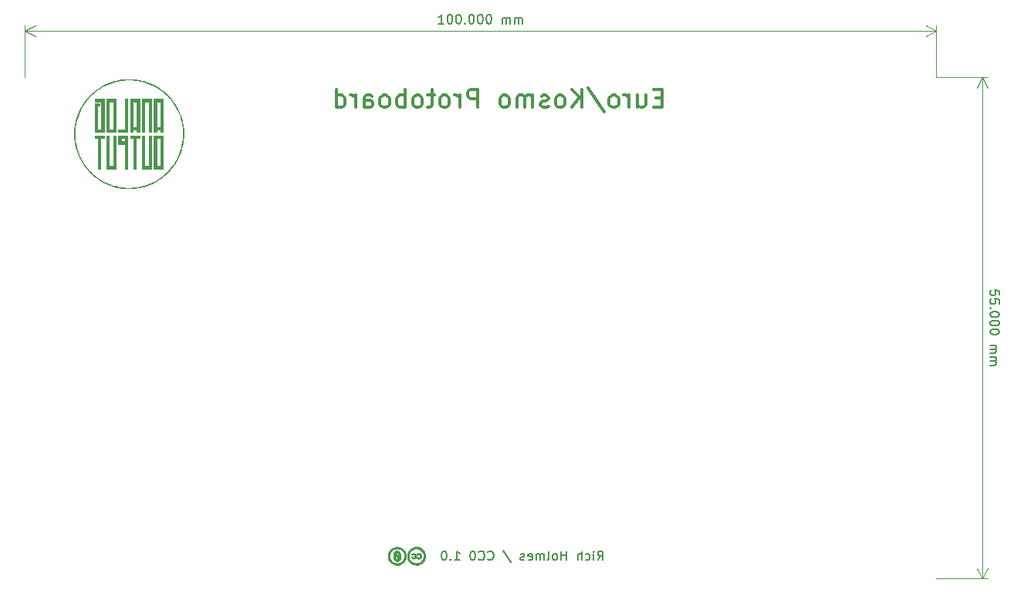
<source format=gbr>
G04 #@! TF.GenerationSoftware,KiCad,Pcbnew,5.1.10-88a1d61d58~90~ubuntu20.04.1*
G04 #@! TF.CreationDate,2021-08-07T14:05:23-04:00*
G04 #@! TF.ProjectId,kosmo_proto,6b6f736d-6f5f-4707-926f-746f2e6b6963,rev?*
G04 #@! TF.SameCoordinates,Original*
G04 #@! TF.FileFunction,Legend,Bot*
G04 #@! TF.FilePolarity,Positive*
%FSLAX46Y46*%
G04 Gerber Fmt 4.6, Leading zero omitted, Abs format (unit mm)*
G04 Created by KiCad (PCBNEW 5.1.10-88a1d61d58~90~ubuntu20.04.1) date 2021-08-07 14:05:23*
%MOMM*%
%LPD*%
G01*
G04 APERTURE LIST*
%ADD10C,0.150000*%
%ADD11C,0.300000*%
%ADD12C,0.120000*%
%ADD13C,0.010000*%
G04 APERTURE END LIST*
D10*
X108591904Y-106497380D02*
X108925238Y-106021190D01*
X109163333Y-106497380D02*
X109163333Y-105497380D01*
X108782380Y-105497380D01*
X108687142Y-105545000D01*
X108639523Y-105592619D01*
X108591904Y-105687857D01*
X108591904Y-105830714D01*
X108639523Y-105925952D01*
X108687142Y-105973571D01*
X108782380Y-106021190D01*
X109163333Y-106021190D01*
X108163333Y-106497380D02*
X108163333Y-105830714D01*
X108163333Y-105497380D02*
X108210952Y-105545000D01*
X108163333Y-105592619D01*
X108115714Y-105545000D01*
X108163333Y-105497380D01*
X108163333Y-105592619D01*
X107258571Y-106449761D02*
X107353809Y-106497380D01*
X107544285Y-106497380D01*
X107639523Y-106449761D01*
X107687142Y-106402142D01*
X107734761Y-106306904D01*
X107734761Y-106021190D01*
X107687142Y-105925952D01*
X107639523Y-105878333D01*
X107544285Y-105830714D01*
X107353809Y-105830714D01*
X107258571Y-105878333D01*
X106830000Y-106497380D02*
X106830000Y-105497380D01*
X106401428Y-106497380D02*
X106401428Y-105973571D01*
X106449047Y-105878333D01*
X106544285Y-105830714D01*
X106687142Y-105830714D01*
X106782380Y-105878333D01*
X106830000Y-105925952D01*
X105163333Y-106497380D02*
X105163333Y-105497380D01*
X105163333Y-105973571D02*
X104591904Y-105973571D01*
X104591904Y-106497380D02*
X104591904Y-105497380D01*
X103972857Y-106497380D02*
X104068095Y-106449761D01*
X104115714Y-106402142D01*
X104163333Y-106306904D01*
X104163333Y-106021190D01*
X104115714Y-105925952D01*
X104068095Y-105878333D01*
X103972857Y-105830714D01*
X103830000Y-105830714D01*
X103734761Y-105878333D01*
X103687142Y-105925952D01*
X103639523Y-106021190D01*
X103639523Y-106306904D01*
X103687142Y-106402142D01*
X103734761Y-106449761D01*
X103830000Y-106497380D01*
X103972857Y-106497380D01*
X103068095Y-106497380D02*
X103163333Y-106449761D01*
X103210952Y-106354523D01*
X103210952Y-105497380D01*
X102687142Y-106497380D02*
X102687142Y-105830714D01*
X102687142Y-105925952D02*
X102639523Y-105878333D01*
X102544285Y-105830714D01*
X102401428Y-105830714D01*
X102306190Y-105878333D01*
X102258571Y-105973571D01*
X102258571Y-106497380D01*
X102258571Y-105973571D02*
X102210952Y-105878333D01*
X102115714Y-105830714D01*
X101972857Y-105830714D01*
X101877619Y-105878333D01*
X101830000Y-105973571D01*
X101830000Y-106497380D01*
X100972857Y-106449761D02*
X101068095Y-106497380D01*
X101258571Y-106497380D01*
X101353809Y-106449761D01*
X101401428Y-106354523D01*
X101401428Y-105973571D01*
X101353809Y-105878333D01*
X101258571Y-105830714D01*
X101068095Y-105830714D01*
X100972857Y-105878333D01*
X100925238Y-105973571D01*
X100925238Y-106068809D01*
X101401428Y-106164047D01*
X100544285Y-106449761D02*
X100449047Y-106497380D01*
X100258571Y-106497380D01*
X100163333Y-106449761D01*
X100115714Y-106354523D01*
X100115714Y-106306904D01*
X100163333Y-106211666D01*
X100258571Y-106164047D01*
X100401428Y-106164047D01*
X100496666Y-106116428D01*
X100544285Y-106021190D01*
X100544285Y-105973571D01*
X100496666Y-105878333D01*
X100401428Y-105830714D01*
X100258571Y-105830714D01*
X100163333Y-105878333D01*
X98210952Y-105449761D02*
X99068095Y-106735476D01*
X96544285Y-106402142D02*
X96591904Y-106449761D01*
X96734761Y-106497380D01*
X96830000Y-106497380D01*
X96972857Y-106449761D01*
X97068095Y-106354523D01*
X97115714Y-106259285D01*
X97163333Y-106068809D01*
X97163333Y-105925952D01*
X97115714Y-105735476D01*
X97068095Y-105640238D01*
X96972857Y-105545000D01*
X96830000Y-105497380D01*
X96734761Y-105497380D01*
X96591904Y-105545000D01*
X96544285Y-105592619D01*
X95544285Y-106402142D02*
X95591904Y-106449761D01*
X95734761Y-106497380D01*
X95830000Y-106497380D01*
X95972857Y-106449761D01*
X96068095Y-106354523D01*
X96115714Y-106259285D01*
X96163333Y-106068809D01*
X96163333Y-105925952D01*
X96115714Y-105735476D01*
X96068095Y-105640238D01*
X95972857Y-105545000D01*
X95830000Y-105497380D01*
X95734761Y-105497380D01*
X95591904Y-105545000D01*
X95544285Y-105592619D01*
X94925238Y-105497380D02*
X94830000Y-105497380D01*
X94734761Y-105545000D01*
X94687142Y-105592619D01*
X94639523Y-105687857D01*
X94591904Y-105878333D01*
X94591904Y-106116428D01*
X94639523Y-106306904D01*
X94687142Y-106402142D01*
X94734761Y-106449761D01*
X94830000Y-106497380D01*
X94925238Y-106497380D01*
X95020476Y-106449761D01*
X95068095Y-106402142D01*
X95115714Y-106306904D01*
X95163333Y-106116428D01*
X95163333Y-105878333D01*
X95115714Y-105687857D01*
X95068095Y-105592619D01*
X95020476Y-105545000D01*
X94925238Y-105497380D01*
X92877619Y-106497380D02*
X93449047Y-106497380D01*
X93163333Y-106497380D02*
X93163333Y-105497380D01*
X93258571Y-105640238D01*
X93353809Y-105735476D01*
X93449047Y-105783095D01*
X92449047Y-106402142D02*
X92401428Y-106449761D01*
X92449047Y-106497380D01*
X92496666Y-106449761D01*
X92449047Y-106402142D01*
X92449047Y-106497380D01*
X91782380Y-105497380D02*
X91687142Y-105497380D01*
X91591904Y-105545000D01*
X91544285Y-105592619D01*
X91496666Y-105687857D01*
X91449047Y-105878333D01*
X91449047Y-106116428D01*
X91496666Y-106306904D01*
X91544285Y-106402142D01*
X91591904Y-106449761D01*
X91687142Y-106497380D01*
X91782380Y-106497380D01*
X91877619Y-106449761D01*
X91925238Y-106402142D01*
X91972857Y-106306904D01*
X92020476Y-106116428D01*
X92020476Y-105878333D01*
X91972857Y-105687857D01*
X91925238Y-105592619D01*
X91877619Y-105545000D01*
X91782380Y-105497380D01*
D11*
X115647142Y-55737142D02*
X114980476Y-55737142D01*
X114694761Y-56784761D02*
X115647142Y-56784761D01*
X115647142Y-54784761D01*
X114694761Y-54784761D01*
X112980476Y-55451428D02*
X112980476Y-56784761D01*
X113837619Y-55451428D02*
X113837619Y-56499047D01*
X113742380Y-56689523D01*
X113551904Y-56784761D01*
X113266190Y-56784761D01*
X113075714Y-56689523D01*
X112980476Y-56594285D01*
X112028095Y-56784761D02*
X112028095Y-55451428D01*
X112028095Y-55832380D02*
X111932857Y-55641904D01*
X111837619Y-55546666D01*
X111647142Y-55451428D01*
X111456666Y-55451428D01*
X110504285Y-56784761D02*
X110694761Y-56689523D01*
X110790000Y-56594285D01*
X110885238Y-56403809D01*
X110885238Y-55832380D01*
X110790000Y-55641904D01*
X110694761Y-55546666D01*
X110504285Y-55451428D01*
X110218571Y-55451428D01*
X110028095Y-55546666D01*
X109932857Y-55641904D01*
X109837619Y-55832380D01*
X109837619Y-56403809D01*
X109932857Y-56594285D01*
X110028095Y-56689523D01*
X110218571Y-56784761D01*
X110504285Y-56784761D01*
X107551904Y-54689523D02*
X109266190Y-57260952D01*
X106885238Y-56784761D02*
X106885238Y-54784761D01*
X105742380Y-56784761D02*
X106599523Y-55641904D01*
X105742380Y-54784761D02*
X106885238Y-55927619D01*
X104599523Y-56784761D02*
X104790000Y-56689523D01*
X104885238Y-56594285D01*
X104980476Y-56403809D01*
X104980476Y-55832380D01*
X104885238Y-55641904D01*
X104790000Y-55546666D01*
X104599523Y-55451428D01*
X104313809Y-55451428D01*
X104123333Y-55546666D01*
X104028095Y-55641904D01*
X103932857Y-55832380D01*
X103932857Y-56403809D01*
X104028095Y-56594285D01*
X104123333Y-56689523D01*
X104313809Y-56784761D01*
X104599523Y-56784761D01*
X103170952Y-56689523D02*
X102980476Y-56784761D01*
X102599523Y-56784761D01*
X102409047Y-56689523D01*
X102313809Y-56499047D01*
X102313809Y-56403809D01*
X102409047Y-56213333D01*
X102599523Y-56118095D01*
X102885238Y-56118095D01*
X103075714Y-56022857D01*
X103170952Y-55832380D01*
X103170952Y-55737142D01*
X103075714Y-55546666D01*
X102885238Y-55451428D01*
X102599523Y-55451428D01*
X102409047Y-55546666D01*
X101456666Y-56784761D02*
X101456666Y-55451428D01*
X101456666Y-55641904D02*
X101361428Y-55546666D01*
X101170952Y-55451428D01*
X100885238Y-55451428D01*
X100694761Y-55546666D01*
X100599523Y-55737142D01*
X100599523Y-56784761D01*
X100599523Y-55737142D02*
X100504285Y-55546666D01*
X100313809Y-55451428D01*
X100028095Y-55451428D01*
X99837619Y-55546666D01*
X99742380Y-55737142D01*
X99742380Y-56784761D01*
X98504285Y-56784761D02*
X98694761Y-56689523D01*
X98790000Y-56594285D01*
X98885238Y-56403809D01*
X98885238Y-55832380D01*
X98790000Y-55641904D01*
X98694761Y-55546666D01*
X98504285Y-55451428D01*
X98218571Y-55451428D01*
X98028095Y-55546666D01*
X97932857Y-55641904D01*
X97837619Y-55832380D01*
X97837619Y-56403809D01*
X97932857Y-56594285D01*
X98028095Y-56689523D01*
X98218571Y-56784761D01*
X98504285Y-56784761D01*
X95456666Y-56784761D02*
X95456666Y-54784761D01*
X94694761Y-54784761D01*
X94504285Y-54880000D01*
X94409047Y-54975238D01*
X94313809Y-55165714D01*
X94313809Y-55451428D01*
X94409047Y-55641904D01*
X94504285Y-55737142D01*
X94694761Y-55832380D01*
X95456666Y-55832380D01*
X93456666Y-56784761D02*
X93456666Y-55451428D01*
X93456666Y-55832380D02*
X93361428Y-55641904D01*
X93266190Y-55546666D01*
X93075714Y-55451428D01*
X92885238Y-55451428D01*
X91932857Y-56784761D02*
X92123333Y-56689523D01*
X92218571Y-56594285D01*
X92313809Y-56403809D01*
X92313809Y-55832380D01*
X92218571Y-55641904D01*
X92123333Y-55546666D01*
X91932857Y-55451428D01*
X91647142Y-55451428D01*
X91456666Y-55546666D01*
X91361428Y-55641904D01*
X91266190Y-55832380D01*
X91266190Y-56403809D01*
X91361428Y-56594285D01*
X91456666Y-56689523D01*
X91647142Y-56784761D01*
X91932857Y-56784761D01*
X90694761Y-55451428D02*
X89932857Y-55451428D01*
X90409047Y-54784761D02*
X90409047Y-56499047D01*
X90313809Y-56689523D01*
X90123333Y-56784761D01*
X89932857Y-56784761D01*
X88980476Y-56784761D02*
X89170952Y-56689523D01*
X89266190Y-56594285D01*
X89361428Y-56403809D01*
X89361428Y-55832380D01*
X89266190Y-55641904D01*
X89170952Y-55546666D01*
X88980476Y-55451428D01*
X88694761Y-55451428D01*
X88504285Y-55546666D01*
X88409047Y-55641904D01*
X88313809Y-55832380D01*
X88313809Y-56403809D01*
X88409047Y-56594285D01*
X88504285Y-56689523D01*
X88694761Y-56784761D01*
X88980476Y-56784761D01*
X87456666Y-56784761D02*
X87456666Y-54784761D01*
X87456666Y-55546666D02*
X87266190Y-55451428D01*
X86885238Y-55451428D01*
X86694761Y-55546666D01*
X86599523Y-55641904D01*
X86504285Y-55832380D01*
X86504285Y-56403809D01*
X86599523Y-56594285D01*
X86694761Y-56689523D01*
X86885238Y-56784761D01*
X87266190Y-56784761D01*
X87456666Y-56689523D01*
X85361428Y-56784761D02*
X85551904Y-56689523D01*
X85647142Y-56594285D01*
X85742380Y-56403809D01*
X85742380Y-55832380D01*
X85647142Y-55641904D01*
X85551904Y-55546666D01*
X85361428Y-55451428D01*
X85075714Y-55451428D01*
X84885238Y-55546666D01*
X84790000Y-55641904D01*
X84694761Y-55832380D01*
X84694761Y-56403809D01*
X84790000Y-56594285D01*
X84885238Y-56689523D01*
X85075714Y-56784761D01*
X85361428Y-56784761D01*
X82980476Y-56784761D02*
X82980476Y-55737142D01*
X83075714Y-55546666D01*
X83266190Y-55451428D01*
X83647142Y-55451428D01*
X83837619Y-55546666D01*
X82980476Y-56689523D02*
X83170952Y-56784761D01*
X83647142Y-56784761D01*
X83837619Y-56689523D01*
X83932857Y-56499047D01*
X83932857Y-56308571D01*
X83837619Y-56118095D01*
X83647142Y-56022857D01*
X83170952Y-56022857D01*
X82980476Y-55927619D01*
X82028095Y-56784761D02*
X82028095Y-55451428D01*
X82028095Y-55832380D02*
X81932857Y-55641904D01*
X81837619Y-55546666D01*
X81647142Y-55451428D01*
X81456666Y-55451428D01*
X79932857Y-56784761D02*
X79932857Y-54784761D01*
X79932857Y-56689523D02*
X80123333Y-56784761D01*
X80504285Y-56784761D01*
X80694761Y-56689523D01*
X80790000Y-56594285D01*
X80885238Y-56403809D01*
X80885238Y-55832380D01*
X80790000Y-55641904D01*
X80694761Y-55546666D01*
X80504285Y-55451428D01*
X80123333Y-55451428D01*
X79932857Y-55546666D01*
D10*
X152647619Y-77380952D02*
X152647619Y-76904761D01*
X152171428Y-76857142D01*
X152219047Y-76904761D01*
X152266666Y-77000000D01*
X152266666Y-77238095D01*
X152219047Y-77333333D01*
X152171428Y-77380952D01*
X152076190Y-77428571D01*
X151838095Y-77428571D01*
X151742857Y-77380952D01*
X151695238Y-77333333D01*
X151647619Y-77238095D01*
X151647619Y-77000000D01*
X151695238Y-76904761D01*
X151742857Y-76857142D01*
X152647619Y-78333333D02*
X152647619Y-77857142D01*
X152171428Y-77809523D01*
X152219047Y-77857142D01*
X152266666Y-77952380D01*
X152266666Y-78190476D01*
X152219047Y-78285714D01*
X152171428Y-78333333D01*
X152076190Y-78380952D01*
X151838095Y-78380952D01*
X151742857Y-78333333D01*
X151695238Y-78285714D01*
X151647619Y-78190476D01*
X151647619Y-77952380D01*
X151695238Y-77857142D01*
X151742857Y-77809523D01*
X151742857Y-78809523D02*
X151695238Y-78857142D01*
X151647619Y-78809523D01*
X151695238Y-78761904D01*
X151742857Y-78809523D01*
X151647619Y-78809523D01*
X152647619Y-79476190D02*
X152647619Y-79571428D01*
X152600000Y-79666666D01*
X152552380Y-79714285D01*
X152457142Y-79761904D01*
X152266666Y-79809523D01*
X152028571Y-79809523D01*
X151838095Y-79761904D01*
X151742857Y-79714285D01*
X151695238Y-79666666D01*
X151647619Y-79571428D01*
X151647619Y-79476190D01*
X151695238Y-79380952D01*
X151742857Y-79333333D01*
X151838095Y-79285714D01*
X152028571Y-79238095D01*
X152266666Y-79238095D01*
X152457142Y-79285714D01*
X152552380Y-79333333D01*
X152600000Y-79380952D01*
X152647619Y-79476190D01*
X152647619Y-80428571D02*
X152647619Y-80523809D01*
X152600000Y-80619047D01*
X152552380Y-80666666D01*
X152457142Y-80714285D01*
X152266666Y-80761904D01*
X152028571Y-80761904D01*
X151838095Y-80714285D01*
X151742857Y-80666666D01*
X151695238Y-80619047D01*
X151647619Y-80523809D01*
X151647619Y-80428571D01*
X151695238Y-80333333D01*
X151742857Y-80285714D01*
X151838095Y-80238095D01*
X152028571Y-80190476D01*
X152266666Y-80190476D01*
X152457142Y-80238095D01*
X152552380Y-80285714D01*
X152600000Y-80333333D01*
X152647619Y-80428571D01*
X152647619Y-81380952D02*
X152647619Y-81476190D01*
X152600000Y-81571428D01*
X152552380Y-81619047D01*
X152457142Y-81666666D01*
X152266666Y-81714285D01*
X152028571Y-81714285D01*
X151838095Y-81666666D01*
X151742857Y-81619047D01*
X151695238Y-81571428D01*
X151647619Y-81476190D01*
X151647619Y-81380952D01*
X151695238Y-81285714D01*
X151742857Y-81238095D01*
X151838095Y-81190476D01*
X152028571Y-81142857D01*
X152266666Y-81142857D01*
X152457142Y-81190476D01*
X152552380Y-81238095D01*
X152600000Y-81285714D01*
X152647619Y-81380952D01*
X151647619Y-82904761D02*
X152314285Y-82904761D01*
X152219047Y-82904761D02*
X152266666Y-82952380D01*
X152314285Y-83047619D01*
X152314285Y-83190476D01*
X152266666Y-83285714D01*
X152171428Y-83333333D01*
X151647619Y-83333333D01*
X152171428Y-83333333D02*
X152266666Y-83380952D01*
X152314285Y-83476190D01*
X152314285Y-83619047D01*
X152266666Y-83714285D01*
X152171428Y-83761904D01*
X151647619Y-83761904D01*
X151647619Y-84238095D02*
X152314285Y-84238095D01*
X152219047Y-84238095D02*
X152266666Y-84285714D01*
X152314285Y-84380952D01*
X152314285Y-84523809D01*
X152266666Y-84619047D01*
X152171428Y-84666666D01*
X151647619Y-84666666D01*
X152171428Y-84666666D02*
X152266666Y-84714285D01*
X152314285Y-84809523D01*
X152314285Y-84952380D01*
X152266666Y-85047619D01*
X152171428Y-85095238D01*
X151647619Y-85095238D01*
D12*
X150830000Y-53500000D02*
X150830000Y-108500000D01*
X145750000Y-53500000D02*
X151416421Y-53500000D01*
X145750000Y-108500000D02*
X151416421Y-108500000D01*
X150830000Y-108500000D02*
X150243579Y-107373496D01*
X150830000Y-108500000D02*
X151416421Y-107373496D01*
X150830000Y-53500000D02*
X150243579Y-54626504D01*
X150830000Y-53500000D02*
X151416421Y-54626504D01*
D10*
X91702380Y-47602380D02*
X91130952Y-47602380D01*
X91416666Y-47602380D02*
X91416666Y-46602380D01*
X91321428Y-46745238D01*
X91226190Y-46840476D01*
X91130952Y-46888095D01*
X92321428Y-46602380D02*
X92416666Y-46602380D01*
X92511904Y-46650000D01*
X92559523Y-46697619D01*
X92607142Y-46792857D01*
X92654761Y-46983333D01*
X92654761Y-47221428D01*
X92607142Y-47411904D01*
X92559523Y-47507142D01*
X92511904Y-47554761D01*
X92416666Y-47602380D01*
X92321428Y-47602380D01*
X92226190Y-47554761D01*
X92178571Y-47507142D01*
X92130952Y-47411904D01*
X92083333Y-47221428D01*
X92083333Y-46983333D01*
X92130952Y-46792857D01*
X92178571Y-46697619D01*
X92226190Y-46650000D01*
X92321428Y-46602380D01*
X93273809Y-46602380D02*
X93369047Y-46602380D01*
X93464285Y-46650000D01*
X93511904Y-46697619D01*
X93559523Y-46792857D01*
X93607142Y-46983333D01*
X93607142Y-47221428D01*
X93559523Y-47411904D01*
X93511904Y-47507142D01*
X93464285Y-47554761D01*
X93369047Y-47602380D01*
X93273809Y-47602380D01*
X93178571Y-47554761D01*
X93130952Y-47507142D01*
X93083333Y-47411904D01*
X93035714Y-47221428D01*
X93035714Y-46983333D01*
X93083333Y-46792857D01*
X93130952Y-46697619D01*
X93178571Y-46650000D01*
X93273809Y-46602380D01*
X94035714Y-47507142D02*
X94083333Y-47554761D01*
X94035714Y-47602380D01*
X93988095Y-47554761D01*
X94035714Y-47507142D01*
X94035714Y-47602380D01*
X94702380Y-46602380D02*
X94797619Y-46602380D01*
X94892857Y-46650000D01*
X94940476Y-46697619D01*
X94988095Y-46792857D01*
X95035714Y-46983333D01*
X95035714Y-47221428D01*
X94988095Y-47411904D01*
X94940476Y-47507142D01*
X94892857Y-47554761D01*
X94797619Y-47602380D01*
X94702380Y-47602380D01*
X94607142Y-47554761D01*
X94559523Y-47507142D01*
X94511904Y-47411904D01*
X94464285Y-47221428D01*
X94464285Y-46983333D01*
X94511904Y-46792857D01*
X94559523Y-46697619D01*
X94607142Y-46650000D01*
X94702380Y-46602380D01*
X95654761Y-46602380D02*
X95750000Y-46602380D01*
X95845238Y-46650000D01*
X95892857Y-46697619D01*
X95940476Y-46792857D01*
X95988095Y-46983333D01*
X95988095Y-47221428D01*
X95940476Y-47411904D01*
X95892857Y-47507142D01*
X95845238Y-47554761D01*
X95750000Y-47602380D01*
X95654761Y-47602380D01*
X95559523Y-47554761D01*
X95511904Y-47507142D01*
X95464285Y-47411904D01*
X95416666Y-47221428D01*
X95416666Y-46983333D01*
X95464285Y-46792857D01*
X95511904Y-46697619D01*
X95559523Y-46650000D01*
X95654761Y-46602380D01*
X96607142Y-46602380D02*
X96702380Y-46602380D01*
X96797619Y-46650000D01*
X96845238Y-46697619D01*
X96892857Y-46792857D01*
X96940476Y-46983333D01*
X96940476Y-47221428D01*
X96892857Y-47411904D01*
X96845238Y-47507142D01*
X96797619Y-47554761D01*
X96702380Y-47602380D01*
X96607142Y-47602380D01*
X96511904Y-47554761D01*
X96464285Y-47507142D01*
X96416666Y-47411904D01*
X96369047Y-47221428D01*
X96369047Y-46983333D01*
X96416666Y-46792857D01*
X96464285Y-46697619D01*
X96511904Y-46650000D01*
X96607142Y-46602380D01*
X98130952Y-47602380D02*
X98130952Y-46935714D01*
X98130952Y-47030952D02*
X98178571Y-46983333D01*
X98273809Y-46935714D01*
X98416666Y-46935714D01*
X98511904Y-46983333D01*
X98559523Y-47078571D01*
X98559523Y-47602380D01*
X98559523Y-47078571D02*
X98607142Y-46983333D01*
X98702380Y-46935714D01*
X98845238Y-46935714D01*
X98940476Y-46983333D01*
X98988095Y-47078571D01*
X98988095Y-47602380D01*
X99464285Y-47602380D02*
X99464285Y-46935714D01*
X99464285Y-47030952D02*
X99511904Y-46983333D01*
X99607142Y-46935714D01*
X99750000Y-46935714D01*
X99845238Y-46983333D01*
X99892857Y-47078571D01*
X99892857Y-47602380D01*
X99892857Y-47078571D02*
X99940476Y-46983333D01*
X100035714Y-46935714D01*
X100178571Y-46935714D01*
X100273809Y-46983333D01*
X100321428Y-47078571D01*
X100321428Y-47602380D01*
D12*
X45750000Y-48420000D02*
X145750000Y-48420000D01*
X45750000Y-53500000D02*
X45750000Y-47833579D01*
X145750000Y-53500000D02*
X145750000Y-47833579D01*
X145750000Y-48420000D02*
X144623496Y-49006421D01*
X145750000Y-48420000D02*
X144623496Y-47833579D01*
X45750000Y-48420000D02*
X46876504Y-49006421D01*
X45750000Y-48420000D02*
X46876504Y-47833579D01*
D13*
G36*
X86512773Y-105481931D02*
G01*
X86470769Y-105486934D01*
X86433025Y-105498478D01*
X86394716Y-105515825D01*
X86319993Y-105565297D01*
X86260026Y-105633531D01*
X86214302Y-105721398D01*
X86182307Y-105829774D01*
X86170471Y-105897751D01*
X86159874Y-105997665D01*
X86158714Y-106086263D01*
X86167165Y-106175882D01*
X86175157Y-106225525D01*
X86204291Y-106338776D01*
X86247638Y-106433824D01*
X86304331Y-106509322D01*
X86373501Y-106563925D01*
X86403315Y-106579108D01*
X86463862Y-106597679D01*
X86536880Y-106608302D01*
X86610364Y-106609829D01*
X86661034Y-106603808D01*
X86709990Y-106590858D01*
X86750027Y-106572212D01*
X86790911Y-106542565D01*
X86819311Y-106517832D01*
X86877912Y-106449466D01*
X86922025Y-106362902D01*
X86928904Y-106338601D01*
X86664800Y-106338601D01*
X86653938Y-106369175D01*
X86625545Y-106389928D01*
X86585910Y-106399855D01*
X86541323Y-106397952D01*
X86498072Y-106383217D01*
X86476409Y-106368675D01*
X86449015Y-106336715D01*
X86424767Y-106293891D01*
X86417849Y-106276600D01*
X86405329Y-106225195D01*
X86395813Y-106157683D01*
X86389929Y-106083248D01*
X86388304Y-106011071D01*
X86391566Y-105950335D01*
X86394280Y-105931828D01*
X86404768Y-105875806D01*
X86534784Y-106099429D01*
X86574177Y-106167917D01*
X86608773Y-106229468D01*
X86636645Y-106280539D01*
X86655866Y-106317584D01*
X86664509Y-106337058D01*
X86664800Y-106338601D01*
X86928904Y-106338601D01*
X86951944Y-106257214D01*
X86967962Y-106131477D01*
X86970123Y-106067739D01*
X86744795Y-106067739D01*
X86743520Y-106107215D01*
X86742209Y-106137082D01*
X86740422Y-106158238D01*
X86736626Y-106168919D01*
X86729288Y-106167365D01*
X86716873Y-106151815D01*
X86697849Y-106120506D01*
X86670681Y-106071679D01*
X86633835Y-106003571D01*
X86602299Y-105945028D01*
X86563909Y-105873152D01*
X86536593Y-105819876D01*
X86518926Y-105781689D01*
X86509482Y-105755078D01*
X86506835Y-105736532D01*
X86509561Y-105722540D01*
X86510795Y-105719603D01*
X86534153Y-105696078D01*
X86571913Y-105689219D01*
X86618967Y-105699429D01*
X86641144Y-105709351D01*
X86678260Y-105742188D01*
X86707830Y-105796958D01*
X86729207Y-105871148D01*
X86741744Y-105962246D01*
X86744795Y-106067739D01*
X86970123Y-106067739D01*
X86971055Y-106040275D01*
X86963953Y-105901791D01*
X86941469Y-105783140D01*
X86903439Y-105683820D01*
X86849700Y-105603329D01*
X86818470Y-105571407D01*
X86762906Y-105527979D01*
X86706688Y-105500457D01*
X86641632Y-105485882D01*
X86569550Y-105481401D01*
X86512773Y-105481931D01*
G37*
X86512773Y-105481931D02*
X86470769Y-105486934D01*
X86433025Y-105498478D01*
X86394716Y-105515825D01*
X86319993Y-105565297D01*
X86260026Y-105633531D01*
X86214302Y-105721398D01*
X86182307Y-105829774D01*
X86170471Y-105897751D01*
X86159874Y-105997665D01*
X86158714Y-106086263D01*
X86167165Y-106175882D01*
X86175157Y-106225525D01*
X86204291Y-106338776D01*
X86247638Y-106433824D01*
X86304331Y-106509322D01*
X86373501Y-106563925D01*
X86403315Y-106579108D01*
X86463862Y-106597679D01*
X86536880Y-106608302D01*
X86610364Y-106609829D01*
X86661034Y-106603808D01*
X86709990Y-106590858D01*
X86750027Y-106572212D01*
X86790911Y-106542565D01*
X86819311Y-106517832D01*
X86877912Y-106449466D01*
X86922025Y-106362902D01*
X86928904Y-106338601D01*
X86664800Y-106338601D01*
X86653938Y-106369175D01*
X86625545Y-106389928D01*
X86585910Y-106399855D01*
X86541323Y-106397952D01*
X86498072Y-106383217D01*
X86476409Y-106368675D01*
X86449015Y-106336715D01*
X86424767Y-106293891D01*
X86417849Y-106276600D01*
X86405329Y-106225195D01*
X86395813Y-106157683D01*
X86389929Y-106083248D01*
X86388304Y-106011071D01*
X86391566Y-105950335D01*
X86394280Y-105931828D01*
X86404768Y-105875806D01*
X86534784Y-106099429D01*
X86574177Y-106167917D01*
X86608773Y-106229468D01*
X86636645Y-106280539D01*
X86655866Y-106317584D01*
X86664509Y-106337058D01*
X86664800Y-106338601D01*
X86928904Y-106338601D01*
X86951944Y-106257214D01*
X86967962Y-106131477D01*
X86970123Y-106067739D01*
X86744795Y-106067739D01*
X86743520Y-106107215D01*
X86742209Y-106137082D01*
X86740422Y-106158238D01*
X86736626Y-106168919D01*
X86729288Y-106167365D01*
X86716873Y-106151815D01*
X86697849Y-106120506D01*
X86670681Y-106071679D01*
X86633835Y-106003571D01*
X86602299Y-105945028D01*
X86563909Y-105873152D01*
X86536593Y-105819876D01*
X86518926Y-105781689D01*
X86509482Y-105755078D01*
X86506835Y-105736532D01*
X86509561Y-105722540D01*
X86510795Y-105719603D01*
X86534153Y-105696078D01*
X86571913Y-105689219D01*
X86618967Y-105699429D01*
X86641144Y-105709351D01*
X86678260Y-105742188D01*
X86707830Y-105796958D01*
X86729207Y-105871148D01*
X86741744Y-105962246D01*
X86744795Y-106067739D01*
X86970123Y-106067739D01*
X86971055Y-106040275D01*
X86963953Y-105901791D01*
X86941469Y-105783140D01*
X86903439Y-105683820D01*
X86849700Y-105603329D01*
X86818470Y-105571407D01*
X86762906Y-105527979D01*
X86706688Y-105500457D01*
X86641632Y-105485882D01*
X86569550Y-105481401D01*
X86512773Y-105481931D01*
G36*
X88286656Y-105753766D02*
G01*
X88220446Y-105779780D01*
X88166870Y-105817962D01*
X88136712Y-105857068D01*
X88133898Y-105872345D01*
X88145896Y-105888071D01*
X88176558Y-105908818D01*
X88184053Y-105913260D01*
X88219393Y-105932589D01*
X88240197Y-105939044D01*
X88252935Y-105934032D01*
X88257200Y-105929159D01*
X88288891Y-105898773D01*
X88328044Y-105875905D01*
X88362479Y-105867200D01*
X88415360Y-105878297D01*
X88455702Y-105910362D01*
X88482142Y-105961551D01*
X88493316Y-106030023D01*
X88493600Y-106044375D01*
X88485117Y-106112938D01*
X88461803Y-106166678D01*
X88426860Y-106203597D01*
X88383489Y-106221699D01*
X88334894Y-106218987D01*
X88284276Y-106193464D01*
X88271331Y-106182979D01*
X88225978Y-106143158D01*
X88175639Y-106165858D01*
X88144859Y-106182995D01*
X88127059Y-106199212D01*
X88125300Y-106204061D01*
X88135288Y-106224577D01*
X88161112Y-106252609D01*
X88196566Y-106283056D01*
X88235442Y-106310816D01*
X88271533Y-106330785D01*
X88285896Y-106336065D01*
X88376472Y-106349520D01*
X88462229Y-106338109D01*
X88516420Y-106316957D01*
X88583689Y-106269991D01*
X88632873Y-106206324D01*
X88662549Y-106128424D01*
X88671400Y-106048051D01*
X88660331Y-105962766D01*
X88628988Y-105885248D01*
X88580171Y-105820151D01*
X88516677Y-105772128D01*
X88500659Y-105764153D01*
X88432807Y-105744409D01*
X88359458Y-105741461D01*
X88286656Y-105753766D01*
G37*
X88286656Y-105753766D02*
X88220446Y-105779780D01*
X88166870Y-105817962D01*
X88136712Y-105857068D01*
X88133898Y-105872345D01*
X88145896Y-105888071D01*
X88176558Y-105908818D01*
X88184053Y-105913260D01*
X88219393Y-105932589D01*
X88240197Y-105939044D01*
X88252935Y-105934032D01*
X88257200Y-105929159D01*
X88288891Y-105898773D01*
X88328044Y-105875905D01*
X88362479Y-105867200D01*
X88415360Y-105878297D01*
X88455702Y-105910362D01*
X88482142Y-105961551D01*
X88493316Y-106030023D01*
X88493600Y-106044375D01*
X88485117Y-106112938D01*
X88461803Y-106166678D01*
X88426860Y-106203597D01*
X88383489Y-106221699D01*
X88334894Y-106218987D01*
X88284276Y-106193464D01*
X88271331Y-106182979D01*
X88225978Y-106143158D01*
X88175639Y-106165858D01*
X88144859Y-106182995D01*
X88127059Y-106199212D01*
X88125300Y-106204061D01*
X88135288Y-106224577D01*
X88161112Y-106252609D01*
X88196566Y-106283056D01*
X88235442Y-106310816D01*
X88271533Y-106330785D01*
X88285896Y-106336065D01*
X88376472Y-106349520D01*
X88462229Y-106338109D01*
X88516420Y-106316957D01*
X88583689Y-106269991D01*
X88632873Y-106206324D01*
X88662549Y-106128424D01*
X88671400Y-106048051D01*
X88660331Y-105962766D01*
X88628988Y-105885248D01*
X88580171Y-105820151D01*
X88516677Y-105772128D01*
X88500659Y-105764153D01*
X88432807Y-105744409D01*
X88359458Y-105741461D01*
X88286656Y-105753766D01*
G36*
X88855550Y-105754217D02*
G01*
X88805174Y-105774451D01*
X88757213Y-105804500D01*
X88720677Y-105838199D01*
X88709774Y-105853988D01*
X88705363Y-105869799D01*
X88714368Y-105884178D01*
X88740892Y-105902194D01*
X88755592Y-105910587D01*
X88814176Y-105943330D01*
X88857530Y-105905265D01*
X88904480Y-105875037D01*
X88951378Y-105869135D01*
X89000442Y-105885651D01*
X89035520Y-105914724D01*
X89056367Y-105959706D01*
X89063867Y-106023153D01*
X89062705Y-106065596D01*
X89058433Y-106113062D01*
X89050886Y-106143800D01*
X89036750Y-106166486D01*
X89016567Y-106186374D01*
X88967657Y-106216954D01*
X88917913Y-106222157D01*
X88867538Y-106201987D01*
X88844054Y-106184053D01*
X88799924Y-106145306D01*
X88748362Y-106171611D01*
X88717513Y-106189622D01*
X88699091Y-106204767D01*
X88696800Y-106209278D01*
X88705643Y-106223151D01*
X88728553Y-106247441D01*
X88753199Y-106270285D01*
X88827244Y-106320039D01*
X88907537Y-106345821D01*
X88991259Y-106347212D01*
X89075593Y-106323795D01*
X89085152Y-106319517D01*
X89154268Y-106275122D01*
X89203302Y-106215507D01*
X89232407Y-106140378D01*
X89241738Y-106049443D01*
X89240875Y-106021925D01*
X89234793Y-105963566D01*
X89222014Y-105918208D01*
X89199056Y-105873659D01*
X89198067Y-105872034D01*
X89146633Y-105810914D01*
X89080138Y-105768130D01*
X89002366Y-105744981D01*
X88917098Y-105742769D01*
X88855550Y-105754217D01*
G37*
X88855550Y-105754217D02*
X88805174Y-105774451D01*
X88757213Y-105804500D01*
X88720677Y-105838199D01*
X88709774Y-105853988D01*
X88705363Y-105869799D01*
X88714368Y-105884178D01*
X88740892Y-105902194D01*
X88755592Y-105910587D01*
X88814176Y-105943330D01*
X88857530Y-105905265D01*
X88904480Y-105875037D01*
X88951378Y-105869135D01*
X89000442Y-105885651D01*
X89035520Y-105914724D01*
X89056367Y-105959706D01*
X89063867Y-106023153D01*
X89062705Y-106065596D01*
X89058433Y-106113062D01*
X89050886Y-106143800D01*
X89036750Y-106166486D01*
X89016567Y-106186374D01*
X88967657Y-106216954D01*
X88917913Y-106222157D01*
X88867538Y-106201987D01*
X88844054Y-106184053D01*
X88799924Y-106145306D01*
X88748362Y-106171611D01*
X88717513Y-106189622D01*
X88699091Y-106204767D01*
X88696800Y-106209278D01*
X88705643Y-106223151D01*
X88728553Y-106247441D01*
X88753199Y-106270285D01*
X88827244Y-106320039D01*
X88907537Y-106345821D01*
X88991259Y-106347212D01*
X89075593Y-106323795D01*
X89085152Y-106319517D01*
X89154268Y-106275122D01*
X89203302Y-106215507D01*
X89232407Y-106140378D01*
X89241738Y-106049443D01*
X89240875Y-106021925D01*
X89234793Y-105963566D01*
X89222014Y-105918208D01*
X89199056Y-105873659D01*
X89198067Y-105872034D01*
X89146633Y-105810914D01*
X89080138Y-105768130D01*
X89002366Y-105744981D01*
X88917098Y-105742769D01*
X88855550Y-105754217D01*
G36*
X86370658Y-105077531D02*
G01*
X86222667Y-105117007D01*
X86084795Y-105176564D01*
X86039192Y-105202410D01*
X85968644Y-105252506D01*
X85893715Y-105317971D01*
X85821284Y-105391837D01*
X85758230Y-105467138D01*
X85715027Y-105530650D01*
X85650150Y-105664749D01*
X85605803Y-105807906D01*
X85582049Y-105956248D01*
X85578954Y-106105904D01*
X85596579Y-106253000D01*
X85634990Y-106393665D01*
X85694250Y-106524028D01*
X85698524Y-106531531D01*
X85779490Y-106648106D01*
X85880463Y-106754737D01*
X85996898Y-106847989D01*
X86124251Y-106924425D01*
X86257976Y-106980612D01*
X86314636Y-106997266D01*
X86398958Y-107013947D01*
X86493542Y-107024750D01*
X86588517Y-107029053D01*
X86674009Y-107026231D01*
X86708756Y-107022166D01*
X86864324Y-106985392D01*
X87011730Y-106925057D01*
X87148133Y-106842420D01*
X87194707Y-106806879D01*
X87306017Y-106701142D01*
X87397274Y-106581998D01*
X87468137Y-106452055D01*
X87518264Y-106313925D01*
X87547315Y-106170215D01*
X87552661Y-106067494D01*
X87382479Y-106067494D01*
X87366142Y-106204738D01*
X87326242Y-106337949D01*
X87271374Y-106450111D01*
X87230300Y-106508736D01*
X87174347Y-106573654D01*
X87110372Y-106638009D01*
X87045228Y-106694948D01*
X86985770Y-106737615D01*
X86981012Y-106740473D01*
X86852559Y-106801765D01*
X86716852Y-106839295D01*
X86576508Y-106852705D01*
X86434140Y-106841639D01*
X86358115Y-106825561D01*
X86246998Y-106786297D01*
X86136679Y-106728176D01*
X86034437Y-106655898D01*
X85947552Y-106574163D01*
X85921856Y-106543860D01*
X85845295Y-106427864D01*
X85791454Y-106304146D01*
X85759889Y-106175403D01*
X85750156Y-106044334D01*
X85761811Y-105913638D01*
X85794411Y-105786013D01*
X85847512Y-105664158D01*
X85920669Y-105550771D01*
X86013439Y-105448550D01*
X86115447Y-105366882D01*
X86232887Y-105301625D01*
X86360584Y-105257757D01*
X86494746Y-105235504D01*
X86631582Y-105235095D01*
X86767300Y-105256757D01*
X86898109Y-105300717D01*
X86934721Y-105317737D01*
X87028196Y-105375798D01*
X87118850Y-105453657D01*
X87201948Y-105545785D01*
X87272754Y-105646654D01*
X87326530Y-105750733D01*
X87342997Y-105794367D01*
X87374887Y-105929581D01*
X87382479Y-106067494D01*
X87552661Y-106067494D01*
X87554949Y-106023538D01*
X87540825Y-105876501D01*
X87504603Y-105731716D01*
X87445942Y-105591791D01*
X87369730Y-105466598D01*
X87286400Y-105367101D01*
X87186130Y-105275760D01*
X87074608Y-105196553D01*
X86957522Y-105133457D01*
X86840560Y-105090449D01*
X86826544Y-105086762D01*
X86677477Y-105061692D01*
X86523888Y-105058854D01*
X86370658Y-105077531D01*
G37*
X86370658Y-105077531D02*
X86222667Y-105117007D01*
X86084795Y-105176564D01*
X86039192Y-105202410D01*
X85968644Y-105252506D01*
X85893715Y-105317971D01*
X85821284Y-105391837D01*
X85758230Y-105467138D01*
X85715027Y-105530650D01*
X85650150Y-105664749D01*
X85605803Y-105807906D01*
X85582049Y-105956248D01*
X85578954Y-106105904D01*
X85596579Y-106253000D01*
X85634990Y-106393665D01*
X85694250Y-106524028D01*
X85698524Y-106531531D01*
X85779490Y-106648106D01*
X85880463Y-106754737D01*
X85996898Y-106847989D01*
X86124251Y-106924425D01*
X86257976Y-106980612D01*
X86314636Y-106997266D01*
X86398958Y-107013947D01*
X86493542Y-107024750D01*
X86588517Y-107029053D01*
X86674009Y-107026231D01*
X86708756Y-107022166D01*
X86864324Y-106985392D01*
X87011730Y-106925057D01*
X87148133Y-106842420D01*
X87194707Y-106806879D01*
X87306017Y-106701142D01*
X87397274Y-106581998D01*
X87468137Y-106452055D01*
X87518264Y-106313925D01*
X87547315Y-106170215D01*
X87552661Y-106067494D01*
X87382479Y-106067494D01*
X87366142Y-106204738D01*
X87326242Y-106337949D01*
X87271374Y-106450111D01*
X87230300Y-106508736D01*
X87174347Y-106573654D01*
X87110372Y-106638009D01*
X87045228Y-106694948D01*
X86985770Y-106737615D01*
X86981012Y-106740473D01*
X86852559Y-106801765D01*
X86716852Y-106839295D01*
X86576508Y-106852705D01*
X86434140Y-106841639D01*
X86358115Y-106825561D01*
X86246998Y-106786297D01*
X86136679Y-106728176D01*
X86034437Y-106655898D01*
X85947552Y-106574163D01*
X85921856Y-106543860D01*
X85845295Y-106427864D01*
X85791454Y-106304146D01*
X85759889Y-106175403D01*
X85750156Y-106044334D01*
X85761811Y-105913638D01*
X85794411Y-105786013D01*
X85847512Y-105664158D01*
X85920669Y-105550771D01*
X86013439Y-105448550D01*
X86115447Y-105366882D01*
X86232887Y-105301625D01*
X86360584Y-105257757D01*
X86494746Y-105235504D01*
X86631582Y-105235095D01*
X86767300Y-105256757D01*
X86898109Y-105300717D01*
X86934721Y-105317737D01*
X87028196Y-105375798D01*
X87118850Y-105453657D01*
X87201948Y-105545785D01*
X87272754Y-105646654D01*
X87326530Y-105750733D01*
X87342997Y-105794367D01*
X87374887Y-105929581D01*
X87382479Y-106067494D01*
X87552661Y-106067494D01*
X87554949Y-106023538D01*
X87540825Y-105876501D01*
X87504603Y-105731716D01*
X87445942Y-105591791D01*
X87369730Y-105466598D01*
X87286400Y-105367101D01*
X87186130Y-105275760D01*
X87074608Y-105196553D01*
X86957522Y-105133457D01*
X86840560Y-105090449D01*
X86826544Y-105086762D01*
X86677477Y-105061692D01*
X86523888Y-105058854D01*
X86370658Y-105077531D01*
G36*
X88504746Y-105072141D02*
G01*
X88357529Y-105109471D01*
X88218928Y-105168060D01*
X88091264Y-105246685D01*
X87976859Y-105344123D01*
X87878033Y-105459152D01*
X87797108Y-105590548D01*
X87788762Y-105607251D01*
X87755913Y-105679241D01*
X87732018Y-105744786D01*
X87715800Y-105810394D01*
X87705980Y-105882574D01*
X87701283Y-105967836D01*
X87700368Y-106057700D01*
X87700942Y-106135622D01*
X87702661Y-106194207D01*
X87706228Y-106239515D01*
X87712346Y-106277605D01*
X87721716Y-106314537D01*
X87734968Y-106356150D01*
X87794008Y-106493252D01*
X87874460Y-106620388D01*
X87973424Y-106734913D01*
X88088002Y-106834183D01*
X88215293Y-106915556D01*
X88352399Y-106976387D01*
X88444939Y-107003550D01*
X88524617Y-107017603D01*
X88616480Y-107026399D01*
X88710173Y-107029451D01*
X88795341Y-107026272D01*
X88833824Y-107021843D01*
X88972346Y-106988550D01*
X89108724Y-106932837D01*
X89237406Y-106857453D01*
X89352837Y-106765149D01*
X89353524Y-106764508D01*
X89462260Y-106646557D01*
X89549061Y-106517513D01*
X89613277Y-106379262D01*
X89654256Y-106233696D01*
X89671348Y-106082702D01*
X89669105Y-106036141D01*
X89490691Y-106036141D01*
X89489253Y-106122857D01*
X89481598Y-106199733D01*
X89472747Y-106241850D01*
X89424247Y-106370548D01*
X89354728Y-106490444D01*
X89267244Y-106597860D01*
X89164850Y-106689115D01*
X89050601Y-106760530D01*
X89036367Y-106767531D01*
X88979478Y-106792432D01*
X88921295Y-106814158D01*
X88872278Y-106828893D01*
X88861900Y-106831192D01*
X88818085Y-106839910D01*
X88781348Y-106847480D01*
X88766650Y-106850678D01*
X88734464Y-106853602D01*
X88685102Y-106853122D01*
X88626479Y-106849785D01*
X88566512Y-106844141D01*
X88513115Y-106836740D01*
X88485304Y-106831157D01*
X88374804Y-106794147D01*
X88265042Y-106738706D01*
X88162768Y-106669194D01*
X88074732Y-106589970D01*
X88029365Y-106536697D01*
X87962969Y-106439429D01*
X87915990Y-106347352D01*
X87885996Y-106253100D01*
X87870555Y-106149304D01*
X87867071Y-106045000D01*
X87868397Y-105974075D01*
X87872324Y-105919759D01*
X87880095Y-105873298D01*
X87892956Y-105825937D01*
X87902263Y-105797471D01*
X87961057Y-105661980D01*
X88039810Y-105541662D01*
X88137146Y-105437907D01*
X88251686Y-105352106D01*
X88382054Y-105285652D01*
X88425025Y-105269352D01*
X88497649Y-105250819D01*
X88585979Y-105238937D01*
X88681066Y-105234244D01*
X88773964Y-105237281D01*
X88834886Y-105244627D01*
X88957072Y-105277717D01*
X89074058Y-105333455D01*
X89182875Y-105409187D01*
X89280555Y-105502260D01*
X89364130Y-105610020D01*
X89430632Y-105729814D01*
X89460190Y-105803700D01*
X89475911Y-105867888D01*
X89486161Y-105948260D01*
X89490691Y-106036141D01*
X89669105Y-106036141D01*
X89663902Y-105928168D01*
X89657122Y-105883314D01*
X89619352Y-105731886D01*
X89560539Y-105593197D01*
X89479535Y-105465129D01*
X89375194Y-105345561D01*
X89355836Y-105326675D01*
X89238262Y-105228557D01*
X89114495Y-105154000D01*
X88981011Y-105101303D01*
X88834289Y-105068767D01*
X88815743Y-105066153D01*
X88658258Y-105057294D01*
X88504746Y-105072141D01*
G37*
X88504746Y-105072141D02*
X88357529Y-105109471D01*
X88218928Y-105168060D01*
X88091264Y-105246685D01*
X87976859Y-105344123D01*
X87878033Y-105459152D01*
X87797108Y-105590548D01*
X87788762Y-105607251D01*
X87755913Y-105679241D01*
X87732018Y-105744786D01*
X87715800Y-105810394D01*
X87705980Y-105882574D01*
X87701283Y-105967836D01*
X87700368Y-106057700D01*
X87700942Y-106135622D01*
X87702661Y-106194207D01*
X87706228Y-106239515D01*
X87712346Y-106277605D01*
X87721716Y-106314537D01*
X87734968Y-106356150D01*
X87794008Y-106493252D01*
X87874460Y-106620388D01*
X87973424Y-106734913D01*
X88088002Y-106834183D01*
X88215293Y-106915556D01*
X88352399Y-106976387D01*
X88444939Y-107003550D01*
X88524617Y-107017603D01*
X88616480Y-107026399D01*
X88710173Y-107029451D01*
X88795341Y-107026272D01*
X88833824Y-107021843D01*
X88972346Y-106988550D01*
X89108724Y-106932837D01*
X89237406Y-106857453D01*
X89352837Y-106765149D01*
X89353524Y-106764508D01*
X89462260Y-106646557D01*
X89549061Y-106517513D01*
X89613277Y-106379262D01*
X89654256Y-106233696D01*
X89671348Y-106082702D01*
X89669105Y-106036141D01*
X89490691Y-106036141D01*
X89489253Y-106122857D01*
X89481598Y-106199733D01*
X89472747Y-106241850D01*
X89424247Y-106370548D01*
X89354728Y-106490444D01*
X89267244Y-106597860D01*
X89164850Y-106689115D01*
X89050601Y-106760530D01*
X89036367Y-106767531D01*
X88979478Y-106792432D01*
X88921295Y-106814158D01*
X88872278Y-106828893D01*
X88861900Y-106831192D01*
X88818085Y-106839910D01*
X88781348Y-106847480D01*
X88766650Y-106850678D01*
X88734464Y-106853602D01*
X88685102Y-106853122D01*
X88626479Y-106849785D01*
X88566512Y-106844141D01*
X88513115Y-106836740D01*
X88485304Y-106831157D01*
X88374804Y-106794147D01*
X88265042Y-106738706D01*
X88162768Y-106669194D01*
X88074732Y-106589970D01*
X88029365Y-106536697D01*
X87962969Y-106439429D01*
X87915990Y-106347352D01*
X87885996Y-106253100D01*
X87870555Y-106149304D01*
X87867071Y-106045000D01*
X87868397Y-105974075D01*
X87872324Y-105919759D01*
X87880095Y-105873298D01*
X87892956Y-105825937D01*
X87902263Y-105797471D01*
X87961057Y-105661980D01*
X88039810Y-105541662D01*
X88137146Y-105437907D01*
X88251686Y-105352106D01*
X88382054Y-105285652D01*
X88425025Y-105269352D01*
X88497649Y-105250819D01*
X88585979Y-105238937D01*
X88681066Y-105234244D01*
X88773964Y-105237281D01*
X88834886Y-105244627D01*
X88957072Y-105277717D01*
X89074058Y-105333455D01*
X89182875Y-105409187D01*
X89280555Y-105502260D01*
X89364130Y-105610020D01*
X89430632Y-105729814D01*
X89460190Y-105803700D01*
X89475911Y-105867888D01*
X89486161Y-105948260D01*
X89490691Y-106036141D01*
X89669105Y-106036141D01*
X89663902Y-105928168D01*
X89657122Y-105883314D01*
X89619352Y-105731886D01*
X89560539Y-105593197D01*
X89479535Y-105465129D01*
X89375194Y-105345561D01*
X89355836Y-105326675D01*
X89238262Y-105228557D01*
X89114495Y-105154000D01*
X88981011Y-105101303D01*
X88834289Y-105068767D01*
X88815743Y-105066153D01*
X88658258Y-105057294D01*
X88504746Y-105072141D01*
G36*
X54207635Y-55841239D02*
G01*
X54160452Y-55841842D01*
X54105599Y-55842408D01*
X54044904Y-55842924D01*
X53980192Y-55843380D01*
X53913290Y-55843765D01*
X53846025Y-55844067D01*
X53780222Y-55844275D01*
X53717707Y-55844378D01*
X53694888Y-55844387D01*
X53399346Y-55844393D01*
X53399346Y-56148243D01*
X54135233Y-56148243D01*
X54135233Y-59210486D01*
X53688953Y-59210486D01*
X53688953Y-56585207D01*
X53796962Y-56583930D01*
X53904972Y-56582654D01*
X53906251Y-56479351D01*
X53907531Y-56376048D01*
X53653249Y-56377277D01*
X53398968Y-56378505D01*
X53396972Y-59514337D01*
X54424841Y-59514337D01*
X54424841Y-55838097D01*
X54207635Y-55841239D01*
G37*
X54207635Y-55841239D02*
X54160452Y-55841842D01*
X54105599Y-55842408D01*
X54044904Y-55842924D01*
X53980192Y-55843380D01*
X53913290Y-55843765D01*
X53846025Y-55844067D01*
X53780222Y-55844275D01*
X53717707Y-55844378D01*
X53694888Y-55844387D01*
X53399346Y-55844393D01*
X53399346Y-56148243D01*
X54135233Y-56148243D01*
X54135233Y-59210486D01*
X53688953Y-59210486D01*
X53688953Y-56585207D01*
X53796962Y-56583930D01*
X53904972Y-56582654D01*
X53906251Y-56479351D01*
X53907531Y-56376048D01*
X53653249Y-56377277D01*
X53398968Y-56378505D01*
X53396972Y-59514337D01*
X54424841Y-59514337D01*
X54424841Y-55838097D01*
X54207635Y-55841239D01*
G36*
X55207018Y-55840811D02*
G01*
X54693084Y-55842019D01*
X54690698Y-59514337D01*
X55720953Y-59514337D01*
X55720953Y-56148243D01*
X55426598Y-56148243D01*
X55426598Y-59210486D01*
X54985065Y-59210486D01*
X54985065Y-56148243D01*
X55426598Y-56148243D01*
X55720953Y-56148243D01*
X55720953Y-55839603D01*
X55207018Y-55840811D01*
G37*
X55207018Y-55840811D02*
X54693084Y-55842019D01*
X54690698Y-59514337D01*
X55720953Y-59514337D01*
X55720953Y-56148243D01*
X55426598Y-56148243D01*
X55426598Y-59210486D01*
X54985065Y-59210486D01*
X54985065Y-56148243D01*
X55426598Y-56148243D01*
X55720953Y-56148243D01*
X55720953Y-55839603D01*
X55207018Y-55840811D01*
G36*
X56726277Y-57526253D02*
G01*
X56725084Y-59208112D01*
X55986822Y-59210544D01*
X55986822Y-59514337D01*
X57017065Y-59514337D01*
X57017065Y-55844393D01*
X56727471Y-55844393D01*
X56726277Y-57526253D01*
G37*
X56726277Y-57526253D02*
X56725084Y-59208112D01*
X55986822Y-59210544D01*
X55986822Y-59514337D01*
X57017065Y-59514337D01*
X57017065Y-55844393D01*
X56727471Y-55844393D01*
X56726277Y-57526253D01*
G36*
X57282922Y-59514337D02*
G01*
X57572542Y-59514337D01*
X57572542Y-59210486D01*
X58018822Y-59210486D01*
X58018822Y-59514337D01*
X58313189Y-59514337D01*
X58311997Y-57678178D01*
X58311003Y-56148243D01*
X58018822Y-56148243D01*
X58018822Y-59006431D01*
X57574916Y-59003963D01*
X57572526Y-56148243D01*
X58018822Y-56148243D01*
X58311003Y-56148243D01*
X58310804Y-55842019D01*
X57285308Y-55842019D01*
X57282922Y-59514337D01*
G37*
X57282922Y-59514337D02*
X57572542Y-59514337D01*
X57572542Y-59210486D01*
X58018822Y-59210486D01*
X58018822Y-59514337D01*
X58313189Y-59514337D01*
X58311997Y-57678178D01*
X58311003Y-56148243D01*
X58018822Y-56148243D01*
X58018822Y-59006431D01*
X57574916Y-59003963D01*
X57572526Y-56148243D01*
X58018822Y-56148243D01*
X58311003Y-56148243D01*
X58310804Y-55842019D01*
X57285308Y-55842019D01*
X57282922Y-59514337D01*
G36*
X58579046Y-59514337D02*
G01*
X58868654Y-59514337D01*
X58868654Y-56148243D01*
X59314934Y-56148243D01*
X59314934Y-59514337D01*
X59604542Y-59514337D01*
X59605693Y-57831290D01*
X59605780Y-57703744D01*
X59605866Y-57577851D01*
X59605950Y-57453988D01*
X59606032Y-57332537D01*
X59606111Y-57213877D01*
X59606188Y-57098388D01*
X59606262Y-56986449D01*
X59606334Y-56878440D01*
X59606402Y-56774742D01*
X59606466Y-56675733D01*
X59606527Y-56581794D01*
X59606584Y-56493304D01*
X59606637Y-56410643D01*
X59606685Y-56334192D01*
X59606729Y-56264328D01*
X59606767Y-56201433D01*
X59606800Y-56145887D01*
X59606828Y-56098068D01*
X59606851Y-56058356D01*
X59606867Y-56027133D01*
X59606877Y-56004776D01*
X59606880Y-55995131D01*
X59606916Y-55842019D01*
X58579046Y-55841681D01*
X58579046Y-59514337D01*
G37*
X58579046Y-59514337D02*
X58868654Y-59514337D01*
X58868654Y-56148243D01*
X59314934Y-56148243D01*
X59314934Y-59514337D01*
X59604542Y-59514337D01*
X59605693Y-57831290D01*
X59605780Y-57703744D01*
X59605866Y-57577851D01*
X59605950Y-57453988D01*
X59606032Y-57332537D01*
X59606111Y-57213877D01*
X59606188Y-57098388D01*
X59606262Y-56986449D01*
X59606334Y-56878440D01*
X59606402Y-56774742D01*
X59606466Y-56675733D01*
X59606527Y-56581794D01*
X59606584Y-56493304D01*
X59606637Y-56410643D01*
X59606685Y-56334192D01*
X59606729Y-56264328D01*
X59606767Y-56201433D01*
X59606800Y-56145887D01*
X59606828Y-56098068D01*
X59606851Y-56058356D01*
X59606867Y-56027133D01*
X59606877Y-56004776D01*
X59606880Y-55995131D01*
X59606916Y-55842019D01*
X58579046Y-55841681D01*
X58579046Y-59514337D01*
G36*
X59875159Y-59514337D02*
G01*
X60164766Y-59514337D01*
X60164766Y-59210486D01*
X60611046Y-59210486D01*
X60611046Y-59514337D01*
X60900654Y-59514337D01*
X60900750Y-59363598D01*
X60900758Y-59347438D01*
X60900769Y-59322161D01*
X60900782Y-59288146D01*
X60900796Y-59245772D01*
X60900813Y-59195418D01*
X60900832Y-59137463D01*
X60900852Y-59072284D01*
X60900874Y-59000262D01*
X60900897Y-58921774D01*
X60900922Y-58837200D01*
X60900948Y-58746918D01*
X60900975Y-58651307D01*
X60901004Y-58550746D01*
X60901033Y-58445614D01*
X60901063Y-58336288D01*
X60901094Y-58223149D01*
X60901125Y-58106575D01*
X60901157Y-57986944D01*
X60901189Y-57864636D01*
X60901222Y-57740029D01*
X60901254Y-57613501D01*
X60901276Y-57527439D01*
X60901629Y-56148243D01*
X60611046Y-56148243D01*
X60611046Y-59006431D01*
X60167140Y-59003963D01*
X60165945Y-57576103D01*
X60164751Y-56148243D01*
X60611046Y-56148243D01*
X60901629Y-56148243D01*
X60901708Y-55842019D01*
X60388433Y-55841850D01*
X59875159Y-55841681D01*
X59875159Y-59514337D01*
G37*
X59875159Y-59514337D02*
X60164766Y-59514337D01*
X60164766Y-59210486D01*
X60611046Y-59210486D01*
X60611046Y-59514337D01*
X60900654Y-59514337D01*
X60900750Y-59363598D01*
X60900758Y-59347438D01*
X60900769Y-59322161D01*
X60900782Y-59288146D01*
X60900796Y-59245772D01*
X60900813Y-59195418D01*
X60900832Y-59137463D01*
X60900852Y-59072284D01*
X60900874Y-59000262D01*
X60900897Y-58921774D01*
X60900922Y-58837200D01*
X60900948Y-58746918D01*
X60900975Y-58651307D01*
X60901004Y-58550746D01*
X60901033Y-58445614D01*
X60901063Y-58336288D01*
X60901094Y-58223149D01*
X60901125Y-58106575D01*
X60901157Y-57986944D01*
X60901189Y-57864636D01*
X60901222Y-57740029D01*
X60901254Y-57613501D01*
X60901276Y-57527439D01*
X60901629Y-56148243D01*
X60611046Y-56148243D01*
X60611046Y-59006431D01*
X60167140Y-59003963D01*
X60165945Y-57576103D01*
X60164751Y-56148243D01*
X60611046Y-56148243D01*
X60901629Y-56148243D01*
X60901708Y-55842019D01*
X60388433Y-55841850D01*
X59875159Y-55841681D01*
X59875159Y-59514337D01*
G36*
X53399346Y-60169514D02*
G01*
X53764916Y-60169514D01*
X53764916Y-63535608D01*
X54059271Y-63535608D01*
X54059271Y-60169514D01*
X54424841Y-60169514D01*
X54424841Y-59865664D01*
X53399346Y-59865664D01*
X53399346Y-60169514D01*
G37*
X53399346Y-60169514D02*
X53764916Y-60169514D01*
X53764916Y-63535608D01*
X54059271Y-63535608D01*
X54059271Y-60169514D01*
X54424841Y-60169514D01*
X54424841Y-59865664D01*
X53399346Y-59865664D01*
X53399346Y-60169514D01*
G36*
X55986822Y-60810391D02*
G01*
X56725084Y-60812823D01*
X56726279Y-62174215D01*
X56727474Y-63535608D01*
X57017065Y-63535608D01*
X57017065Y-60407145D01*
X56726652Y-60407145D01*
X56726600Y-60438558D01*
X56726417Y-60464763D01*
X56726110Y-60484618D01*
X56725686Y-60496976D01*
X56725297Y-60500632D01*
X56722801Y-60502086D01*
X56716080Y-60503301D01*
X56704463Y-60504294D01*
X56687281Y-60505083D01*
X56663865Y-60505686D01*
X56633546Y-60506121D01*
X56595654Y-60506406D01*
X56549520Y-60506559D01*
X56502093Y-60506598D01*
X56281177Y-60506598D01*
X56281177Y-60169420D01*
X56503131Y-60170654D01*
X56725084Y-60171888D01*
X56726335Y-60333277D01*
X56726566Y-60371670D01*
X56726652Y-60407145D01*
X57017065Y-60407145D01*
X57017065Y-59865664D01*
X55986822Y-59865664D01*
X55986822Y-60810391D01*
G37*
X55986822Y-60810391D02*
X56725084Y-60812823D01*
X56726279Y-62174215D01*
X56727474Y-63535608D01*
X57017065Y-63535608D01*
X57017065Y-60407145D01*
X56726652Y-60407145D01*
X56726600Y-60438558D01*
X56726417Y-60464763D01*
X56726110Y-60484618D01*
X56725686Y-60496976D01*
X56725297Y-60500632D01*
X56722801Y-60502086D01*
X56716080Y-60503301D01*
X56704463Y-60504294D01*
X56687281Y-60505083D01*
X56663865Y-60505686D01*
X56633546Y-60506121D01*
X56595654Y-60506406D01*
X56549520Y-60506559D01*
X56502093Y-60506598D01*
X56281177Y-60506598D01*
X56281177Y-60169420D01*
X56503131Y-60170654D01*
X56725084Y-60171888D01*
X56726335Y-60333277D01*
X56726566Y-60371670D01*
X56726652Y-60407145D01*
X57017065Y-60407145D01*
X57017065Y-59865664D01*
X55986822Y-59865664D01*
X55986822Y-60810391D01*
G36*
X57282934Y-60169514D02*
G01*
X57653252Y-60169514D01*
X57653252Y-63535608D01*
X57942860Y-63535608D01*
X57942860Y-60169514D01*
X58313177Y-60169514D01*
X58313177Y-59865664D01*
X57282934Y-59865664D01*
X57282934Y-60169514D01*
G37*
X57282934Y-60169514D02*
X57653252Y-60169514D01*
X57653252Y-63535608D01*
X57942860Y-63535608D01*
X57942860Y-60169514D01*
X58313177Y-60169514D01*
X58313177Y-59865664D01*
X57282934Y-59865664D01*
X57282934Y-60169514D01*
G36*
X55431346Y-63231757D02*
G01*
X54985065Y-63231757D01*
X54985065Y-59865664D01*
X54695458Y-59865664D01*
X54694306Y-61548711D01*
X54694219Y-61676256D01*
X54694134Y-61802150D01*
X54694050Y-61926012D01*
X54693968Y-62047463D01*
X54693889Y-62166124D01*
X54693811Y-62281613D01*
X54693737Y-62393552D01*
X54693666Y-62501560D01*
X54693598Y-62605259D01*
X54693533Y-62704267D01*
X54693472Y-62798207D01*
X54693415Y-62886696D01*
X54693363Y-62969357D01*
X54693315Y-63045809D01*
X54693271Y-63115672D01*
X54693232Y-63178567D01*
X54693199Y-63234114D01*
X54693171Y-63281933D01*
X54693149Y-63321644D01*
X54693133Y-63352868D01*
X54693122Y-63375225D01*
X54693119Y-63384869D01*
X54693084Y-63537982D01*
X55207018Y-63538151D01*
X55720953Y-63538320D01*
X55720953Y-59865664D01*
X55431346Y-59865664D01*
X55431346Y-63231757D01*
G37*
X55431346Y-63231757D02*
X54985065Y-63231757D01*
X54985065Y-59865664D01*
X54695458Y-59865664D01*
X54694306Y-61548711D01*
X54694219Y-61676256D01*
X54694134Y-61802150D01*
X54694050Y-61926012D01*
X54693968Y-62047463D01*
X54693889Y-62166124D01*
X54693811Y-62281613D01*
X54693737Y-62393552D01*
X54693666Y-62501560D01*
X54693598Y-62605259D01*
X54693533Y-62704267D01*
X54693472Y-62798207D01*
X54693415Y-62886696D01*
X54693363Y-62969357D01*
X54693315Y-63045809D01*
X54693271Y-63115672D01*
X54693232Y-63178567D01*
X54693199Y-63234114D01*
X54693171Y-63281933D01*
X54693149Y-63321644D01*
X54693133Y-63352868D01*
X54693122Y-63375225D01*
X54693119Y-63384869D01*
X54693084Y-63537982D01*
X55207018Y-63538151D01*
X55720953Y-63538320D01*
X55720953Y-59865664D01*
X55431346Y-59865664D01*
X55431346Y-63231757D01*
G36*
X59314934Y-63231757D02*
G01*
X58868654Y-63231757D01*
X58868654Y-59865664D01*
X58579046Y-59865664D01*
X58579046Y-63538296D01*
X59092150Y-63538296D01*
X59161105Y-63538273D01*
X59227352Y-63538206D01*
X59290278Y-63538099D01*
X59349272Y-63537953D01*
X59403720Y-63537773D01*
X59453009Y-63537561D01*
X59496526Y-63537320D01*
X59533660Y-63537054D01*
X59563796Y-63536765D01*
X59586322Y-63536456D01*
X59600625Y-63536131D01*
X59606093Y-63535791D01*
X59606130Y-63535765D01*
X59606189Y-63530888D01*
X59606239Y-63516840D01*
X59606280Y-63493945D01*
X59606312Y-63462527D01*
X59606335Y-63422909D01*
X59606350Y-63375416D01*
X59606356Y-63320372D01*
X59606354Y-63258100D01*
X59606344Y-63188926D01*
X59606326Y-63113172D01*
X59606300Y-63031163D01*
X59606266Y-62943223D01*
X59606224Y-62849675D01*
X59606175Y-62750845D01*
X59606118Y-62647055D01*
X59606055Y-62538630D01*
X59605983Y-62425894D01*
X59605905Y-62309171D01*
X59605820Y-62188785D01*
X59605728Y-62065060D01*
X59605630Y-61938320D01*
X59605524Y-61808888D01*
X59605432Y-61699449D01*
X59603857Y-59865664D01*
X59314934Y-59865664D01*
X59314934Y-63231757D01*
G37*
X59314934Y-63231757D02*
X58868654Y-63231757D01*
X58868654Y-59865664D01*
X58579046Y-59865664D01*
X58579046Y-63538296D01*
X59092150Y-63538296D01*
X59161105Y-63538273D01*
X59227352Y-63538206D01*
X59290278Y-63538099D01*
X59349272Y-63537953D01*
X59403720Y-63537773D01*
X59453009Y-63537561D01*
X59496526Y-63537320D01*
X59533660Y-63537054D01*
X59563796Y-63536765D01*
X59586322Y-63536456D01*
X59600625Y-63536131D01*
X59606093Y-63535791D01*
X59606130Y-63535765D01*
X59606189Y-63530888D01*
X59606239Y-63516840D01*
X59606280Y-63493945D01*
X59606312Y-63462527D01*
X59606335Y-63422909D01*
X59606350Y-63375416D01*
X59606356Y-63320372D01*
X59606354Y-63258100D01*
X59606344Y-63188926D01*
X59606326Y-63113172D01*
X59606300Y-63031163D01*
X59606266Y-62943223D01*
X59606224Y-62849675D01*
X59606175Y-62750845D01*
X59606118Y-62647055D01*
X59606055Y-62538630D01*
X59605983Y-62425894D01*
X59605905Y-62309171D01*
X59605820Y-62188785D01*
X59605728Y-62065060D01*
X59605630Y-61938320D01*
X59605524Y-61808888D01*
X59605432Y-61699449D01*
X59603857Y-59865664D01*
X59314934Y-59865664D01*
X59314934Y-63231757D01*
G36*
X59875159Y-63540355D02*
G01*
X60387115Y-63540355D01*
X60456045Y-63540327D01*
X60522304Y-63540243D01*
X60585275Y-63540108D01*
X60644340Y-63539926D01*
X60698882Y-63539700D01*
X60748284Y-63539434D01*
X60791929Y-63539132D01*
X60829199Y-63538798D01*
X60859479Y-63538435D01*
X60882149Y-63538048D01*
X60896594Y-63537640D01*
X60902196Y-63537215D01*
X60902237Y-63537190D01*
X60902463Y-63532268D01*
X60902686Y-63518174D01*
X60902904Y-63495234D01*
X60903116Y-63463770D01*
X60903323Y-63424108D01*
X60903523Y-63376571D01*
X60903716Y-63321483D01*
X60903902Y-63259169D01*
X60904080Y-63189953D01*
X60904249Y-63114158D01*
X60904408Y-63032109D01*
X60904558Y-62944131D01*
X60904698Y-62850547D01*
X60904826Y-62751681D01*
X60904943Y-62647857D01*
X60905049Y-62539400D01*
X60905141Y-62426634D01*
X60905221Y-62309882D01*
X60905286Y-62189470D01*
X60905338Y-62065721D01*
X60905375Y-61938959D01*
X60905396Y-61809508D01*
X60905402Y-61699844D01*
X60905402Y-60169514D01*
X60611046Y-60169514D01*
X60611046Y-63231757D01*
X60164766Y-63231757D01*
X60164766Y-60169514D01*
X60611046Y-60169514D01*
X60905402Y-60169514D01*
X60905402Y-59865664D01*
X59875159Y-59865664D01*
X59875159Y-63540355D01*
G37*
X59875159Y-63540355D02*
X60387115Y-63540355D01*
X60456045Y-63540327D01*
X60522304Y-63540243D01*
X60585275Y-63540108D01*
X60644340Y-63539926D01*
X60698882Y-63539700D01*
X60748284Y-63539434D01*
X60791929Y-63539132D01*
X60829199Y-63538798D01*
X60859479Y-63538435D01*
X60882149Y-63538048D01*
X60896594Y-63537640D01*
X60902196Y-63537215D01*
X60902237Y-63537190D01*
X60902463Y-63532268D01*
X60902686Y-63518174D01*
X60902904Y-63495234D01*
X60903116Y-63463770D01*
X60903323Y-63424108D01*
X60903523Y-63376571D01*
X60903716Y-63321483D01*
X60903902Y-63259169D01*
X60904080Y-63189953D01*
X60904249Y-63114158D01*
X60904408Y-63032109D01*
X60904558Y-62944131D01*
X60904698Y-62850547D01*
X60904826Y-62751681D01*
X60904943Y-62647857D01*
X60905049Y-62539400D01*
X60905141Y-62426634D01*
X60905221Y-62309882D01*
X60905286Y-62189470D01*
X60905338Y-62065721D01*
X60905375Y-61938959D01*
X60905396Y-61809508D01*
X60905402Y-61699844D01*
X60905402Y-60169514D01*
X60611046Y-60169514D01*
X60611046Y-63231757D01*
X60164766Y-63231757D01*
X60164766Y-60169514D01*
X60611046Y-60169514D01*
X60905402Y-60169514D01*
X60905402Y-59865664D01*
X59875159Y-59865664D01*
X59875159Y-63540355D01*
G36*
X57019165Y-53690550D02*
G01*
X56857940Y-53695813D01*
X56702217Y-53705206D01*
X56694224Y-53705815D01*
X56455888Y-53728902D01*
X56219477Y-53761245D01*
X55985211Y-53802762D01*
X55753310Y-53853373D01*
X55523994Y-53912997D01*
X55297483Y-53981552D01*
X55073997Y-54058958D01*
X54853755Y-54145134D01*
X54636978Y-54239999D01*
X54423886Y-54343471D01*
X54214698Y-54455471D01*
X54009635Y-54575916D01*
X53808916Y-54704727D01*
X53617738Y-54838200D01*
X53432320Y-54978792D01*
X53251741Y-55127330D01*
X53076515Y-55283303D01*
X52907158Y-55446202D01*
X52744185Y-55615518D01*
X52588112Y-55790743D01*
X52439454Y-55971365D01*
X52339637Y-56101336D01*
X52201307Y-56294701D01*
X52070949Y-56493100D01*
X51948683Y-56696252D01*
X51834630Y-56903874D01*
X51728912Y-57115686D01*
X51631649Y-57331406D01*
X51542962Y-57550753D01*
X51462972Y-57773446D01*
X51391801Y-57999202D01*
X51329568Y-58227742D01*
X51276395Y-58458783D01*
X51236688Y-58666879D01*
X51215762Y-58795971D01*
X51197822Y-58923771D01*
X51182568Y-59052844D01*
X51169702Y-59185754D01*
X51158925Y-59325063D01*
X51157527Y-59345795D01*
X51155950Y-59375934D01*
X51154609Y-59414219D01*
X51153506Y-59459320D01*
X51152639Y-59509906D01*
X51152011Y-59564648D01*
X51151619Y-59622216D01*
X51151466Y-59681279D01*
X51151550Y-59740507D01*
X51151871Y-59798570D01*
X51152431Y-59854139D01*
X51153229Y-59905882D01*
X51154264Y-59952470D01*
X51155538Y-59992573D01*
X51157049Y-60024861D01*
X51157483Y-60031832D01*
X51173447Y-60232307D01*
X51194353Y-60425964D01*
X51220420Y-60614224D01*
X51251863Y-60798503D01*
X51288900Y-60980222D01*
X51327229Y-61142891D01*
X51390193Y-61374806D01*
X51461890Y-61603027D01*
X51542252Y-61827429D01*
X51631212Y-62047886D01*
X51728703Y-62264270D01*
X51834657Y-62476455D01*
X51949006Y-62684315D01*
X52071684Y-62887723D01*
X52202622Y-63086553D01*
X52341754Y-63280679D01*
X52489012Y-63469974D01*
X52644329Y-63654311D01*
X52698078Y-63714852D01*
X52721971Y-63740893D01*
X52751526Y-63772263D01*
X52785598Y-63807807D01*
X52823038Y-63846370D01*
X52862701Y-63886796D01*
X52903438Y-63927931D01*
X52944103Y-63968620D01*
X52983550Y-64007709D01*
X53020631Y-64044041D01*
X53054198Y-64076462D01*
X53083107Y-64103818D01*
X53097869Y-64117439D01*
X53279223Y-64276230D01*
X53465643Y-64427037D01*
X53656939Y-64569779D01*
X53852918Y-64704377D01*
X54053389Y-64830753D01*
X54258159Y-64948827D01*
X54467037Y-65058520D01*
X54679831Y-65159753D01*
X54896349Y-65252447D01*
X55116399Y-65336523D01*
X55339789Y-65411900D01*
X55566328Y-65478502D01*
X55795824Y-65536247D01*
X56028084Y-65585057D01*
X56262917Y-65624853D01*
X56500132Y-65655556D01*
X56739535Y-65677087D01*
X56900747Y-65686327D01*
X56930172Y-65687361D01*
X56967177Y-65688234D01*
X57010073Y-65688941D01*
X57057176Y-65689478D01*
X57106799Y-65689838D01*
X57157255Y-65690016D01*
X57206858Y-65690005D01*
X57253922Y-65689802D01*
X57296760Y-65689400D01*
X57333686Y-65688793D01*
X57363013Y-65687976D01*
X57366018Y-65687861D01*
X57606614Y-65673605D01*
X57845293Y-65650165D01*
X58081843Y-65617619D01*
X58316053Y-65576047D01*
X58547710Y-65525527D01*
X58776604Y-65466137D01*
X59002523Y-65397957D01*
X59225255Y-65321066D01*
X59444589Y-65235542D01*
X59660312Y-65141464D01*
X59872214Y-65038911D01*
X60080082Y-64927962D01*
X60283705Y-64808695D01*
X60482871Y-64681189D01*
X60677369Y-64545523D01*
X60866986Y-64401776D01*
X60907775Y-64369277D01*
X61065826Y-64237372D01*
X61222001Y-64097431D01*
X61374805Y-63950908D01*
X61522740Y-63799256D01*
X61664312Y-63643926D01*
X61715084Y-63585458D01*
X61863030Y-63405535D01*
X62004152Y-63219185D01*
X62138185Y-63026849D01*
X62264862Y-62828965D01*
X62383920Y-62625976D01*
X62495091Y-62418320D01*
X62598110Y-62206437D01*
X62692711Y-61990769D01*
X62723860Y-61914281D01*
X62807533Y-61691944D01*
X62882122Y-61467112D01*
X62947617Y-61240065D01*
X63004010Y-61011086D01*
X63051292Y-60780456D01*
X63089453Y-60548457D01*
X63118486Y-60315370D01*
X63138380Y-60081476D01*
X63149127Y-59847058D01*
X63150191Y-59690000D01*
X63086841Y-59690000D01*
X63086762Y-59761995D01*
X63086487Y-59825805D01*
X63085956Y-59882738D01*
X63085108Y-59934104D01*
X63083884Y-59981212D01*
X63082225Y-60025370D01*
X63080069Y-60067888D01*
X63077357Y-60110074D01*
X63074030Y-60153239D01*
X63070027Y-60198689D01*
X63065289Y-60247736D01*
X63059755Y-60301687D01*
X63058177Y-60316692D01*
X63028678Y-60551147D01*
X62989938Y-60783690D01*
X62942065Y-61014066D01*
X62885167Y-61242021D01*
X62819351Y-61467300D01*
X62744728Y-61689650D01*
X62661404Y-61908816D01*
X62569487Y-62124543D01*
X62469086Y-62336579D01*
X62360309Y-62544669D01*
X62243264Y-62748557D01*
X62118060Y-62947991D01*
X61984803Y-63142716D01*
X61843604Y-63332477D01*
X61698993Y-63511754D01*
X61654897Y-63563775D01*
X61612343Y-63612779D01*
X61569983Y-63660224D01*
X61526466Y-63707570D01*
X61480443Y-63756279D01*
X61430565Y-63807808D01*
X61375481Y-63863619D01*
X61351965Y-63887193D01*
X61255960Y-63981636D01*
X61163294Y-64069486D01*
X61072270Y-64152200D01*
X60981188Y-64231233D01*
X60888350Y-64308040D01*
X60792059Y-64384079D01*
X60690615Y-64460804D01*
X60636325Y-64500685D01*
X60455262Y-64626998D01*
X60267534Y-64747324D01*
X60074021Y-64861233D01*
X59875599Y-64968295D01*
X59673147Y-65068079D01*
X59467543Y-65160155D01*
X59259666Y-65244092D01*
X59050393Y-65319462D01*
X58840603Y-65385832D01*
X58814056Y-65393570D01*
X58642451Y-65440691D01*
X58473454Y-65482106D01*
X58305467Y-65518079D01*
X58136895Y-65548874D01*
X57966138Y-65574758D01*
X57791600Y-65595995D01*
X57611683Y-65612850D01*
X57424791Y-65625587D01*
X57411121Y-65626347D01*
X57390218Y-65627117D01*
X57361005Y-65627645D01*
X57324665Y-65627946D01*
X57282378Y-65628035D01*
X57235327Y-65627926D01*
X57184694Y-65627634D01*
X57131661Y-65627174D01*
X57077410Y-65626561D01*
X57023122Y-65625810D01*
X56969980Y-65624936D01*
X56919166Y-65623953D01*
X56871861Y-65622876D01*
X56829248Y-65621720D01*
X56792509Y-65620500D01*
X56762824Y-65619231D01*
X56741701Y-65617952D01*
X56633694Y-65609003D01*
X56532548Y-65599211D01*
X56435641Y-65588261D01*
X56340352Y-65575833D01*
X56244061Y-65561609D01*
X56148243Y-65545970D01*
X55916736Y-65501810D01*
X55687472Y-65448486D01*
X55460735Y-65386127D01*
X55236807Y-65314860D01*
X55015971Y-65234812D01*
X54798511Y-65146111D01*
X54584709Y-65048884D01*
X54374847Y-64943259D01*
X54169210Y-64829364D01*
X53968079Y-64707325D01*
X53771738Y-64577271D01*
X53580469Y-64439329D01*
X53425458Y-64318686D01*
X53269837Y-64188724D01*
X53116764Y-64051723D01*
X52967846Y-63909236D01*
X52824690Y-63762818D01*
X52688904Y-63614024D01*
X52647443Y-63566361D01*
X52495689Y-63382570D01*
X52351766Y-63193459D01*
X52215770Y-62999186D01*
X52087798Y-62799914D01*
X51967950Y-62595803D01*
X51856321Y-62387014D01*
X51753010Y-62173707D01*
X51658115Y-61956043D01*
X51634968Y-61899096D01*
X51551019Y-61676786D01*
X51476136Y-61451801D01*
X51410375Y-61224376D01*
X51353792Y-60994742D01*
X51306443Y-60763134D01*
X51268386Y-60529784D01*
X51239676Y-60294925D01*
X51234622Y-60243103D01*
X51230154Y-60194274D01*
X51226341Y-60150319D01*
X51223132Y-60109936D01*
X51220476Y-60071823D01*
X51218323Y-60034677D01*
X51216621Y-59997195D01*
X51215319Y-59958076D01*
X51214368Y-59916017D01*
X51213716Y-59869715D01*
X51213312Y-59817867D01*
X51213106Y-59759173D01*
X51213047Y-59692328D01*
X51213046Y-59690000D01*
X51213102Y-59622868D01*
X51213303Y-59563929D01*
X51213699Y-59511879D01*
X51214343Y-59465417D01*
X51215283Y-59423240D01*
X51216572Y-59384046D01*
X51218260Y-59346532D01*
X51220398Y-59309395D01*
X51223037Y-59271334D01*
X51226227Y-59231045D01*
X51230020Y-59187227D01*
X51234466Y-59138577D01*
X51234622Y-59136897D01*
X51261199Y-58902402D01*
X51297077Y-58669476D01*
X51342150Y-58438409D01*
X51396310Y-58209491D01*
X51459451Y-57983011D01*
X51531464Y-57759261D01*
X51612244Y-57538528D01*
X51701683Y-57321104D01*
X51799673Y-57107278D01*
X51906108Y-56897339D01*
X52020881Y-56691578D01*
X52143885Y-56490284D01*
X52275011Y-56293747D01*
X52297144Y-56262187D01*
X52436871Y-56072538D01*
X52584283Y-55888386D01*
X52739169Y-55709956D01*
X52901318Y-55537469D01*
X53070520Y-55371151D01*
X53246563Y-55211224D01*
X53429238Y-55057912D01*
X53446822Y-55043785D01*
X53628929Y-54904030D01*
X53817520Y-54770989D01*
X54012099Y-54644940D01*
X54212169Y-54526163D01*
X54417233Y-54414936D01*
X54626794Y-54311537D01*
X54840355Y-54216246D01*
X55057420Y-54129340D01*
X55118000Y-54106824D01*
X55329833Y-54033944D01*
X55543795Y-53969431D01*
X55760442Y-53913167D01*
X55980335Y-53865034D01*
X56204030Y-53824914D01*
X56432086Y-53792688D01*
X56665062Y-53768237D01*
X56746448Y-53761602D01*
X56784668Y-53759230D01*
X56831052Y-53757214D01*
X56884274Y-53755555D01*
X56943011Y-53754251D01*
X57005936Y-53753303D01*
X57071726Y-53752712D01*
X57139054Y-53752476D01*
X57206598Y-53752596D01*
X57273030Y-53753073D01*
X57337027Y-53753905D01*
X57397263Y-53755094D01*
X57452415Y-53756639D01*
X57501156Y-53758539D01*
X57542161Y-53760796D01*
X57553551Y-53761602D01*
X57759753Y-53780167D01*
X57959598Y-53804275D01*
X58154624Y-53834193D01*
X58346369Y-53870189D01*
X58536371Y-53912529D01*
X58726167Y-53961480D01*
X58762948Y-53971724D01*
X58987104Y-54039797D01*
X59208637Y-54116878D01*
X59427155Y-54202762D01*
X59642266Y-54297243D01*
X59853578Y-54400115D01*
X60060698Y-54511172D01*
X60263234Y-54630208D01*
X60460794Y-54757017D01*
X60652986Y-54891392D01*
X60839416Y-55033129D01*
X60940376Y-55114994D01*
X61048738Y-55207412D01*
X61158320Y-55305694D01*
X61267323Y-55408092D01*
X61373947Y-55512858D01*
X61476394Y-55618242D01*
X61572865Y-55722497D01*
X61619957Y-55775552D01*
X61772386Y-55957095D01*
X61917096Y-56144015D01*
X62053973Y-56336053D01*
X62182906Y-56532953D01*
X62303781Y-56734456D01*
X62416487Y-56940306D01*
X62520910Y-57150245D01*
X62616938Y-57364015D01*
X62704458Y-57581361D01*
X62783358Y-57802023D01*
X62853526Y-58025745D01*
X62914848Y-58252270D01*
X62967212Y-58481339D01*
X63010506Y-58712697D01*
X63044617Y-58946084D01*
X63058177Y-59063309D01*
X63063928Y-59118751D01*
X63068867Y-59168947D01*
X63073056Y-59215208D01*
X63076553Y-59258841D01*
X63079419Y-59301156D01*
X63081714Y-59343462D01*
X63083497Y-59387067D01*
X63084828Y-59433281D01*
X63085768Y-59483413D01*
X63086376Y-59538772D01*
X63086712Y-59600666D01*
X63086836Y-59670405D01*
X63086841Y-59690000D01*
X63150191Y-59690000D01*
X63150718Y-59612398D01*
X63143144Y-59377775D01*
X63126396Y-59143473D01*
X63100465Y-58909772D01*
X63065342Y-58676955D01*
X63021019Y-58445303D01*
X62967485Y-58215097D01*
X62904732Y-57986619D01*
X62854107Y-57824168D01*
X62775476Y-57599150D01*
X62688134Y-57377823D01*
X62592207Y-57160403D01*
X62487820Y-56947104D01*
X62375099Y-56738141D01*
X62254168Y-56533728D01*
X62125154Y-56334079D01*
X61988181Y-56139409D01*
X61843375Y-55949934D01*
X61690860Y-55765866D01*
X61577317Y-55637869D01*
X61555071Y-55613959D01*
X61527125Y-55584667D01*
X61494650Y-55551165D01*
X61458819Y-55514623D01*
X61420801Y-55476214D01*
X61381769Y-55437109D01*
X61342894Y-55398479D01*
X61305347Y-55361495D01*
X61270301Y-55327330D01*
X61238925Y-55297154D01*
X61212392Y-55272139D01*
X61202131Y-55262683D01*
X61022114Y-55104787D01*
X60836591Y-54954540D01*
X60645778Y-54812064D01*
X60449891Y-54677480D01*
X60249147Y-54550908D01*
X60043761Y-54432471D01*
X59833950Y-54322289D01*
X59619929Y-54220483D01*
X59401916Y-54127174D01*
X59180126Y-54042484D01*
X58954776Y-53966534D01*
X58811682Y-53923402D01*
X58580731Y-53861848D01*
X58347674Y-53809552D01*
X58112551Y-53766520D01*
X57875401Y-53732760D01*
X57662747Y-53710525D01*
X57507684Y-53699405D01*
X57346854Y-53692360D01*
X57183076Y-53689404D01*
X57019165Y-53690550D01*
G37*
X57019165Y-53690550D02*
X56857940Y-53695813D01*
X56702217Y-53705206D01*
X56694224Y-53705815D01*
X56455888Y-53728902D01*
X56219477Y-53761245D01*
X55985211Y-53802762D01*
X55753310Y-53853373D01*
X55523994Y-53912997D01*
X55297483Y-53981552D01*
X55073997Y-54058958D01*
X54853755Y-54145134D01*
X54636978Y-54239999D01*
X54423886Y-54343471D01*
X54214698Y-54455471D01*
X54009635Y-54575916D01*
X53808916Y-54704727D01*
X53617738Y-54838200D01*
X53432320Y-54978792D01*
X53251741Y-55127330D01*
X53076515Y-55283303D01*
X52907158Y-55446202D01*
X52744185Y-55615518D01*
X52588112Y-55790743D01*
X52439454Y-55971365D01*
X52339637Y-56101336D01*
X52201307Y-56294701D01*
X52070949Y-56493100D01*
X51948683Y-56696252D01*
X51834630Y-56903874D01*
X51728912Y-57115686D01*
X51631649Y-57331406D01*
X51542962Y-57550753D01*
X51462972Y-57773446D01*
X51391801Y-57999202D01*
X51329568Y-58227742D01*
X51276395Y-58458783D01*
X51236688Y-58666879D01*
X51215762Y-58795971D01*
X51197822Y-58923771D01*
X51182568Y-59052844D01*
X51169702Y-59185754D01*
X51158925Y-59325063D01*
X51157527Y-59345795D01*
X51155950Y-59375934D01*
X51154609Y-59414219D01*
X51153506Y-59459320D01*
X51152639Y-59509906D01*
X51152011Y-59564648D01*
X51151619Y-59622216D01*
X51151466Y-59681279D01*
X51151550Y-59740507D01*
X51151871Y-59798570D01*
X51152431Y-59854139D01*
X51153229Y-59905882D01*
X51154264Y-59952470D01*
X51155538Y-59992573D01*
X51157049Y-60024861D01*
X51157483Y-60031832D01*
X51173447Y-60232307D01*
X51194353Y-60425964D01*
X51220420Y-60614224D01*
X51251863Y-60798503D01*
X51288900Y-60980222D01*
X51327229Y-61142891D01*
X51390193Y-61374806D01*
X51461890Y-61603027D01*
X51542252Y-61827429D01*
X51631212Y-62047886D01*
X51728703Y-62264270D01*
X51834657Y-62476455D01*
X51949006Y-62684315D01*
X52071684Y-62887723D01*
X52202622Y-63086553D01*
X52341754Y-63280679D01*
X52489012Y-63469974D01*
X52644329Y-63654311D01*
X52698078Y-63714852D01*
X52721971Y-63740893D01*
X52751526Y-63772263D01*
X52785598Y-63807807D01*
X52823038Y-63846370D01*
X52862701Y-63886796D01*
X52903438Y-63927931D01*
X52944103Y-63968620D01*
X52983550Y-64007709D01*
X53020631Y-64044041D01*
X53054198Y-64076462D01*
X53083107Y-64103818D01*
X53097869Y-64117439D01*
X53279223Y-64276230D01*
X53465643Y-64427037D01*
X53656939Y-64569779D01*
X53852918Y-64704377D01*
X54053389Y-64830753D01*
X54258159Y-64948827D01*
X54467037Y-65058520D01*
X54679831Y-65159753D01*
X54896349Y-65252447D01*
X55116399Y-65336523D01*
X55339789Y-65411900D01*
X55566328Y-65478502D01*
X55795824Y-65536247D01*
X56028084Y-65585057D01*
X56262917Y-65624853D01*
X56500132Y-65655556D01*
X56739535Y-65677087D01*
X56900747Y-65686327D01*
X56930172Y-65687361D01*
X56967177Y-65688234D01*
X57010073Y-65688941D01*
X57057176Y-65689478D01*
X57106799Y-65689838D01*
X57157255Y-65690016D01*
X57206858Y-65690005D01*
X57253922Y-65689802D01*
X57296760Y-65689400D01*
X57333686Y-65688793D01*
X57363013Y-65687976D01*
X57366018Y-65687861D01*
X57606614Y-65673605D01*
X57845293Y-65650165D01*
X58081843Y-65617619D01*
X58316053Y-65576047D01*
X58547710Y-65525527D01*
X58776604Y-65466137D01*
X59002523Y-65397957D01*
X59225255Y-65321066D01*
X59444589Y-65235542D01*
X59660312Y-65141464D01*
X59872214Y-65038911D01*
X60080082Y-64927962D01*
X60283705Y-64808695D01*
X60482871Y-64681189D01*
X60677369Y-64545523D01*
X60866986Y-64401776D01*
X60907775Y-64369277D01*
X61065826Y-64237372D01*
X61222001Y-64097431D01*
X61374805Y-63950908D01*
X61522740Y-63799256D01*
X61664312Y-63643926D01*
X61715084Y-63585458D01*
X61863030Y-63405535D01*
X62004152Y-63219185D01*
X62138185Y-63026849D01*
X62264862Y-62828965D01*
X62383920Y-62625976D01*
X62495091Y-62418320D01*
X62598110Y-62206437D01*
X62692711Y-61990769D01*
X62723860Y-61914281D01*
X62807533Y-61691944D01*
X62882122Y-61467112D01*
X62947617Y-61240065D01*
X63004010Y-61011086D01*
X63051292Y-60780456D01*
X63089453Y-60548457D01*
X63118486Y-60315370D01*
X63138380Y-60081476D01*
X63149127Y-59847058D01*
X63150191Y-59690000D01*
X63086841Y-59690000D01*
X63086762Y-59761995D01*
X63086487Y-59825805D01*
X63085956Y-59882738D01*
X63085108Y-59934104D01*
X63083884Y-59981212D01*
X63082225Y-60025370D01*
X63080069Y-60067888D01*
X63077357Y-60110074D01*
X63074030Y-60153239D01*
X63070027Y-60198689D01*
X63065289Y-60247736D01*
X63059755Y-60301687D01*
X63058177Y-60316692D01*
X63028678Y-60551147D01*
X62989938Y-60783690D01*
X62942065Y-61014066D01*
X62885167Y-61242021D01*
X62819351Y-61467300D01*
X62744728Y-61689650D01*
X62661404Y-61908816D01*
X62569487Y-62124543D01*
X62469086Y-62336579D01*
X62360309Y-62544669D01*
X62243264Y-62748557D01*
X62118060Y-62947991D01*
X61984803Y-63142716D01*
X61843604Y-63332477D01*
X61698993Y-63511754D01*
X61654897Y-63563775D01*
X61612343Y-63612779D01*
X61569983Y-63660224D01*
X61526466Y-63707570D01*
X61480443Y-63756279D01*
X61430565Y-63807808D01*
X61375481Y-63863619D01*
X61351965Y-63887193D01*
X61255960Y-63981636D01*
X61163294Y-64069486D01*
X61072270Y-64152200D01*
X60981188Y-64231233D01*
X60888350Y-64308040D01*
X60792059Y-64384079D01*
X60690615Y-64460804D01*
X60636325Y-64500685D01*
X60455262Y-64626998D01*
X60267534Y-64747324D01*
X60074021Y-64861233D01*
X59875599Y-64968295D01*
X59673147Y-65068079D01*
X59467543Y-65160155D01*
X59259666Y-65244092D01*
X59050393Y-65319462D01*
X58840603Y-65385832D01*
X58814056Y-65393570D01*
X58642451Y-65440691D01*
X58473454Y-65482106D01*
X58305467Y-65518079D01*
X58136895Y-65548874D01*
X57966138Y-65574758D01*
X57791600Y-65595995D01*
X57611683Y-65612850D01*
X57424791Y-65625587D01*
X57411121Y-65626347D01*
X57390218Y-65627117D01*
X57361005Y-65627645D01*
X57324665Y-65627946D01*
X57282378Y-65628035D01*
X57235327Y-65627926D01*
X57184694Y-65627634D01*
X57131661Y-65627174D01*
X57077410Y-65626561D01*
X57023122Y-65625810D01*
X56969980Y-65624936D01*
X56919166Y-65623953D01*
X56871861Y-65622876D01*
X56829248Y-65621720D01*
X56792509Y-65620500D01*
X56762824Y-65619231D01*
X56741701Y-65617952D01*
X56633694Y-65609003D01*
X56532548Y-65599211D01*
X56435641Y-65588261D01*
X56340352Y-65575833D01*
X56244061Y-65561609D01*
X56148243Y-65545970D01*
X55916736Y-65501810D01*
X55687472Y-65448486D01*
X55460735Y-65386127D01*
X55236807Y-65314860D01*
X55015971Y-65234812D01*
X54798511Y-65146111D01*
X54584709Y-65048884D01*
X54374847Y-64943259D01*
X54169210Y-64829364D01*
X53968079Y-64707325D01*
X53771738Y-64577271D01*
X53580469Y-64439329D01*
X53425458Y-64318686D01*
X53269837Y-64188724D01*
X53116764Y-64051723D01*
X52967846Y-63909236D01*
X52824690Y-63762818D01*
X52688904Y-63614024D01*
X52647443Y-63566361D01*
X52495689Y-63382570D01*
X52351766Y-63193459D01*
X52215770Y-62999186D01*
X52087798Y-62799914D01*
X51967950Y-62595803D01*
X51856321Y-62387014D01*
X51753010Y-62173707D01*
X51658115Y-61956043D01*
X51634968Y-61899096D01*
X51551019Y-61676786D01*
X51476136Y-61451801D01*
X51410375Y-61224376D01*
X51353792Y-60994742D01*
X51306443Y-60763134D01*
X51268386Y-60529784D01*
X51239676Y-60294925D01*
X51234622Y-60243103D01*
X51230154Y-60194274D01*
X51226341Y-60150319D01*
X51223132Y-60109936D01*
X51220476Y-60071823D01*
X51218323Y-60034677D01*
X51216621Y-59997195D01*
X51215319Y-59958076D01*
X51214368Y-59916017D01*
X51213716Y-59869715D01*
X51213312Y-59817867D01*
X51213106Y-59759173D01*
X51213047Y-59692328D01*
X51213046Y-59690000D01*
X51213102Y-59622868D01*
X51213303Y-59563929D01*
X51213699Y-59511879D01*
X51214343Y-59465417D01*
X51215283Y-59423240D01*
X51216572Y-59384046D01*
X51218260Y-59346532D01*
X51220398Y-59309395D01*
X51223037Y-59271334D01*
X51226227Y-59231045D01*
X51230020Y-59187227D01*
X51234466Y-59138577D01*
X51234622Y-59136897D01*
X51261199Y-58902402D01*
X51297077Y-58669476D01*
X51342150Y-58438409D01*
X51396310Y-58209491D01*
X51459451Y-57983011D01*
X51531464Y-57759261D01*
X51612244Y-57538528D01*
X51701683Y-57321104D01*
X51799673Y-57107278D01*
X51906108Y-56897339D01*
X52020881Y-56691578D01*
X52143885Y-56490284D01*
X52275011Y-56293747D01*
X52297144Y-56262187D01*
X52436871Y-56072538D01*
X52584283Y-55888386D01*
X52739169Y-55709956D01*
X52901318Y-55537469D01*
X53070520Y-55371151D01*
X53246563Y-55211224D01*
X53429238Y-55057912D01*
X53446822Y-55043785D01*
X53628929Y-54904030D01*
X53817520Y-54770989D01*
X54012099Y-54644940D01*
X54212169Y-54526163D01*
X54417233Y-54414936D01*
X54626794Y-54311537D01*
X54840355Y-54216246D01*
X55057420Y-54129340D01*
X55118000Y-54106824D01*
X55329833Y-54033944D01*
X55543795Y-53969431D01*
X55760442Y-53913167D01*
X55980335Y-53865034D01*
X56204030Y-53824914D01*
X56432086Y-53792688D01*
X56665062Y-53768237D01*
X56746448Y-53761602D01*
X56784668Y-53759230D01*
X56831052Y-53757214D01*
X56884274Y-53755555D01*
X56943011Y-53754251D01*
X57005936Y-53753303D01*
X57071726Y-53752712D01*
X57139054Y-53752476D01*
X57206598Y-53752596D01*
X57273030Y-53753073D01*
X57337027Y-53753905D01*
X57397263Y-53755094D01*
X57452415Y-53756639D01*
X57501156Y-53758539D01*
X57542161Y-53760796D01*
X57553551Y-53761602D01*
X57759753Y-53780167D01*
X57959598Y-53804275D01*
X58154624Y-53834193D01*
X58346369Y-53870189D01*
X58536371Y-53912529D01*
X58726167Y-53961480D01*
X58762948Y-53971724D01*
X58987104Y-54039797D01*
X59208637Y-54116878D01*
X59427155Y-54202762D01*
X59642266Y-54297243D01*
X59853578Y-54400115D01*
X60060698Y-54511172D01*
X60263234Y-54630208D01*
X60460794Y-54757017D01*
X60652986Y-54891392D01*
X60839416Y-55033129D01*
X60940376Y-55114994D01*
X61048738Y-55207412D01*
X61158320Y-55305694D01*
X61267323Y-55408092D01*
X61373947Y-55512858D01*
X61476394Y-55618242D01*
X61572865Y-55722497D01*
X61619957Y-55775552D01*
X61772386Y-55957095D01*
X61917096Y-56144015D01*
X62053973Y-56336053D01*
X62182906Y-56532953D01*
X62303781Y-56734456D01*
X62416487Y-56940306D01*
X62520910Y-57150245D01*
X62616938Y-57364015D01*
X62704458Y-57581361D01*
X62783358Y-57802023D01*
X62853526Y-58025745D01*
X62914848Y-58252270D01*
X62967212Y-58481339D01*
X63010506Y-58712697D01*
X63044617Y-58946084D01*
X63058177Y-59063309D01*
X63063928Y-59118751D01*
X63068867Y-59168947D01*
X63073056Y-59215208D01*
X63076553Y-59258841D01*
X63079419Y-59301156D01*
X63081714Y-59343462D01*
X63083497Y-59387067D01*
X63084828Y-59433281D01*
X63085768Y-59483413D01*
X63086376Y-59538772D01*
X63086712Y-59600666D01*
X63086836Y-59670405D01*
X63086841Y-59690000D01*
X63150191Y-59690000D01*
X63150718Y-59612398D01*
X63143144Y-59377775D01*
X63126396Y-59143473D01*
X63100465Y-58909772D01*
X63065342Y-58676955D01*
X63021019Y-58445303D01*
X62967485Y-58215097D01*
X62904732Y-57986619D01*
X62854107Y-57824168D01*
X62775476Y-57599150D01*
X62688134Y-57377823D01*
X62592207Y-57160403D01*
X62487820Y-56947104D01*
X62375099Y-56738141D01*
X62254168Y-56533728D01*
X62125154Y-56334079D01*
X61988181Y-56139409D01*
X61843375Y-55949934D01*
X61690860Y-55765866D01*
X61577317Y-55637869D01*
X61555071Y-55613959D01*
X61527125Y-55584667D01*
X61494650Y-55551165D01*
X61458819Y-55514623D01*
X61420801Y-55476214D01*
X61381769Y-55437109D01*
X61342894Y-55398479D01*
X61305347Y-55361495D01*
X61270301Y-55327330D01*
X61238925Y-55297154D01*
X61212392Y-55272139D01*
X61202131Y-55262683D01*
X61022114Y-55104787D01*
X60836591Y-54954540D01*
X60645778Y-54812064D01*
X60449891Y-54677480D01*
X60249147Y-54550908D01*
X60043761Y-54432471D01*
X59833950Y-54322289D01*
X59619929Y-54220483D01*
X59401916Y-54127174D01*
X59180126Y-54042484D01*
X58954776Y-53966534D01*
X58811682Y-53923402D01*
X58580731Y-53861848D01*
X58347674Y-53809552D01*
X58112551Y-53766520D01*
X57875401Y-53732760D01*
X57662747Y-53710525D01*
X57507684Y-53699405D01*
X57346854Y-53692360D01*
X57183076Y-53689404D01*
X57019165Y-53690550D01*
M02*

</source>
